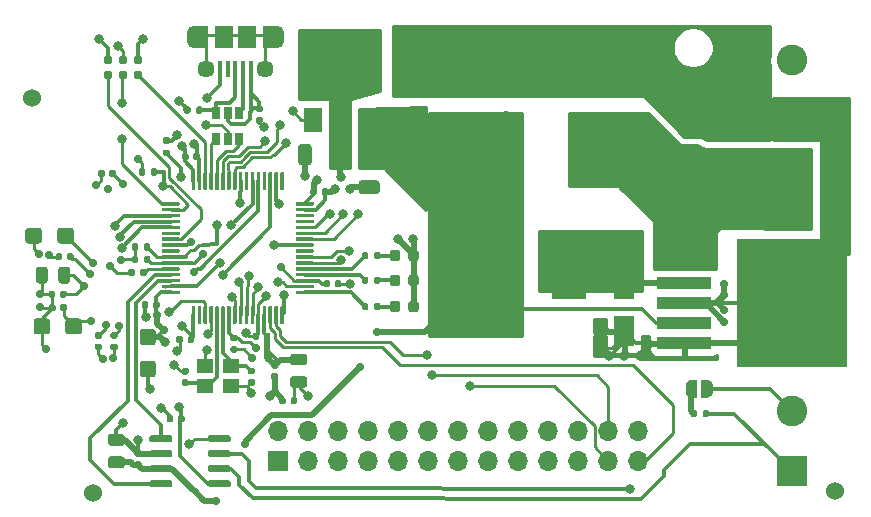
<source format=gbr>
%TF.GenerationSoftware,KiCad,Pcbnew,(5.1.9)-1*%
%TF.CreationDate,2022-08-25T12:46:07+02:00*%
%TF.ProjectId,electric_angle_actuator,656c6563-7472-4696-935f-616e676c655f,rev?*%
%TF.SameCoordinates,Original*%
%TF.FileFunction,Copper,L1,Top*%
%TF.FilePolarity,Positive*%
%FSLAX46Y46*%
G04 Gerber Fmt 4.6, Leading zero omitted, Abs format (unit mm)*
G04 Created by KiCad (PCBNEW (5.1.9)-1) date 2022-08-25 12:46:07*
%MOMM*%
%LPD*%
G01*
G04 APERTURE LIST*
%TA.AperFunction,ComponentPad*%
%ADD10C,1.524000*%
%TD*%
%TA.AperFunction,SMDPad,CuDef*%
%ADD11R,1.200000X1.900000*%
%TD*%
%TA.AperFunction,ComponentPad*%
%ADD12O,1.200000X1.900000*%
%TD*%
%TA.AperFunction,SMDPad,CuDef*%
%ADD13R,1.500000X1.900000*%
%TD*%
%TA.AperFunction,ComponentPad*%
%ADD14C,1.450000*%
%TD*%
%TA.AperFunction,SMDPad,CuDef*%
%ADD15R,0.400000X1.350000*%
%TD*%
%TA.AperFunction,ComponentPad*%
%ADD16O,1.700000X1.700000*%
%TD*%
%TA.AperFunction,ComponentPad*%
%ADD17R,1.700000X1.700000*%
%TD*%
%TA.AperFunction,SMDPad,CuDef*%
%ADD18R,1.500000X2.000000*%
%TD*%
%TA.AperFunction,SMDPad,CuDef*%
%ADD19R,3.800000X2.000000*%
%TD*%
%TA.AperFunction,SMDPad,CuDef*%
%ADD20R,9.400000X10.800000*%
%TD*%
%TA.AperFunction,SMDPad,CuDef*%
%ADD21R,4.600000X1.100000*%
%TD*%
%TA.AperFunction,SMDPad,CuDef*%
%ADD22R,2.900000X5.400000*%
%TD*%
%TA.AperFunction,SMDPad,CuDef*%
%ADD23R,1.800000X2.500000*%
%TD*%
%TA.AperFunction,SMDPad,CuDef*%
%ADD24C,0.100000*%
%TD*%
%TA.AperFunction,SMDPad,CuDef*%
%ADD25R,1.400000X1.200000*%
%TD*%
%TA.AperFunction,SMDPad,CuDef*%
%ADD26R,0.650000X1.060000*%
%TD*%
%TA.AperFunction,ConnectorPad*%
%ADD27C,0.787400*%
%TD*%
%TA.AperFunction,ComponentPad*%
%ADD28R,2.600000X2.600000*%
%TD*%
%TA.AperFunction,ComponentPad*%
%ADD29C,2.600000*%
%TD*%
%TA.AperFunction,ViaPad*%
%ADD30C,0.800000*%
%TD*%
%TA.AperFunction,ViaPad*%
%ADD31C,0.700000*%
%TD*%
%TA.AperFunction,Conductor*%
%ADD32C,0.300000*%
%TD*%
%TA.AperFunction,Conductor*%
%ADD33C,0.500000*%
%TD*%
%TA.AperFunction,Conductor*%
%ADD34C,0.250000*%
%TD*%
%TA.AperFunction,Conductor*%
%ADD35C,0.254000*%
%TD*%
%TA.AperFunction,Conductor*%
%ADD36C,0.100000*%
%TD*%
G04 APERTURE END LIST*
D10*
%TO.P,REF\u002A\u002A,1*%
%TO.N,N/C*%
X196400000Y-98400000D03*
%TD*%
%TO.P,REF\u002A\u002A,1*%
%TO.N,N/C*%
X133600000Y-98600000D03*
%TD*%
%TO.P,REF\u002A\u002A,1*%
%TO.N,N/C*%
X128400000Y-65200000D03*
%TD*%
D11*
%TO.P,J1,6*%
%TO.N,Net-(J1-Pad6)*%
X148543600Y-59976500D03*
X142743600Y-59976500D03*
D12*
X142143600Y-59976500D03*
X149143600Y-59976500D03*
D13*
X146643600Y-59976500D03*
D14*
X143143600Y-62676500D03*
D15*
%TO.P,J1,3*%
%TO.N,USB_CONN_D+*%
X145643600Y-62676500D03*
%TO.P,J1,4*%
%TO.N,Net-(J1-Pad4)*%
X144993600Y-62676500D03*
%TO.P,J1,5*%
%TO.N,GND*%
X144343600Y-62676500D03*
%TO.P,J1,1*%
%TO.N,Net-(C18-Pad2)*%
X146943600Y-62676500D03*
%TO.P,J1,2*%
%TO.N,USB_CONN_D-*%
X146293600Y-62676500D03*
D14*
%TO.P,J1,6*%
%TO.N,Net-(J1-Pad6)*%
X148143600Y-62676500D03*
D13*
X144643600Y-59976500D03*
%TD*%
%TO.P,FB1,2*%
%TO.N,+3.3VA*%
%TA.AperFunction,SMDPad,CuDef*%
G36*
G01*
X149143500Y-88075000D02*
X148798500Y-88075000D01*
G75*
G02*
X148651000Y-87927500I0J147500D01*
G01*
X148651000Y-87632500D01*
G75*
G02*
X148798500Y-87485000I147500J0D01*
G01*
X149143500Y-87485000D01*
G75*
G02*
X149291000Y-87632500I0J-147500D01*
G01*
X149291000Y-87927500D01*
G75*
G02*
X149143500Y-88075000I-147500J0D01*
G01*
G37*
%TD.AperFunction*%
%TO.P,FB1,1*%
%TO.N,+3V3*%
%TA.AperFunction,SMDPad,CuDef*%
G36*
G01*
X149143500Y-89045000D02*
X148798500Y-89045000D01*
G75*
G02*
X148651000Y-88897500I0J147500D01*
G01*
X148651000Y-88602500D01*
G75*
G02*
X148798500Y-88455000I147500J0D01*
G01*
X149143500Y-88455000D01*
G75*
G02*
X149291000Y-88602500I0J-147500D01*
G01*
X149291000Y-88897500D01*
G75*
G02*
X149143500Y-89045000I-147500J0D01*
G01*
G37*
%TD.AperFunction*%
%TD*%
%TO.P,C2,2*%
%TO.N,GND*%
%TA.AperFunction,SMDPad,CuDef*%
G36*
G01*
X185260000Y-68384000D02*
X184310000Y-68384000D01*
G75*
G02*
X184060000Y-68134000I0J250000D01*
G01*
X184060000Y-67634000D01*
G75*
G02*
X184310000Y-67384000I250000J0D01*
G01*
X185260000Y-67384000D01*
G75*
G02*
X185510000Y-67634000I0J-250000D01*
G01*
X185510000Y-68134000D01*
G75*
G02*
X185260000Y-68384000I-250000J0D01*
G01*
G37*
%TD.AperFunction*%
%TO.P,C2,1*%
%TO.N,V_in*%
%TA.AperFunction,SMDPad,CuDef*%
G36*
G01*
X185260000Y-70284000D02*
X184310000Y-70284000D01*
G75*
G02*
X184060000Y-70034000I0J250000D01*
G01*
X184060000Y-69534000D01*
G75*
G02*
X184310000Y-69284000I250000J0D01*
G01*
X185260000Y-69284000D01*
G75*
G02*
X185510000Y-69534000I0J-250000D01*
G01*
X185510000Y-70034000D01*
G75*
G02*
X185260000Y-70284000I-250000J0D01*
G01*
G37*
%TD.AperFunction*%
%TD*%
D16*
%TO.P,J2,26*%
%TO.N,+3V3*%
X179768500Y-93345000D03*
%TO.P,J2,25*%
%TO.N,ADC1_IN0*%
X179768500Y-95885000D03*
%TO.P,J2,24*%
%TO.N,SD2*%
X177228500Y-93345000D03*
%TO.P,J2,23*%
%TO.N,SD1*%
X177228500Y-95885000D03*
%TO.P,J2,22*%
%TO.N,DIRECTION*%
X174688500Y-93345000D03*
%TO.P,J2,21*%
%TO.N,HIN_2*%
X174688500Y-95885000D03*
%TO.P,J2,20*%
X172148500Y-93345000D03*
%TO.P,J2,19*%
%TO.N,HIN_1*%
X172148500Y-95885000D03*
%TO.P,J2,18*%
X169608500Y-93345000D03*
%TO.P,J2,17*%
%TO.N,GND*%
X169608500Y-95885000D03*
%TO.P,J2,16*%
%TO.N,ADC1_IN1*%
X167068500Y-93345000D03*
%TO.P,J2,15*%
%TO.N,GND*%
X167068500Y-95885000D03*
%TO.P,J2,14*%
%TO.N,INPUT_IT_1*%
X164528500Y-93345000D03*
%TO.P,J2,13*%
%TO.N,+5V*%
X164528500Y-95885000D03*
%TO.P,J2,12*%
%TO.N,INPUT_IT_2*%
X161988500Y-93345000D03*
%TO.P,J2,11*%
%TO.N,GND*%
X161988500Y-95885000D03*
%TO.P,J2,10*%
%TO.N,INPUT_IT_3*%
X159448500Y-93345000D03*
%TO.P,J2,9*%
%TO.N,+3V3*%
X159448500Y-95885000D03*
%TO.P,J2,8*%
%TO.N,POSITION_INDICATOR_4*%
X156908500Y-93345000D03*
%TO.P,J2,7*%
%TO.N,GND*%
X156908500Y-95885000D03*
%TO.P,J2,6*%
%TO.N,POSITION_INDICATOR_3*%
X154368500Y-93345000D03*
%TO.P,J2,5*%
%TO.N,GND*%
X154368500Y-95885000D03*
%TO.P,J2,4*%
%TO.N,POSITION_INDICATOR_2*%
X151828500Y-93345000D03*
%TO.P,J2,3*%
%TO.N,GND*%
X151828500Y-95885000D03*
%TO.P,J2,2*%
%TO.N,POSITION_INDICATOR_1*%
X149288500Y-93345000D03*
D17*
%TO.P,J2,1*%
%TO.N,GND*%
X149288500Y-95885000D03*
%TD*%
%TO.P,R2,2*%
%TO.N,GND*%
%TA.AperFunction,SMDPad,CuDef*%
G36*
G01*
X137999500Y-71252500D02*
X137999500Y-71622500D01*
G75*
G02*
X137864500Y-71757500I-135000J0D01*
G01*
X137594500Y-71757500D01*
G75*
G02*
X137459500Y-71622500I0J135000D01*
G01*
X137459500Y-71252500D01*
G75*
G02*
X137594500Y-71117500I135000J0D01*
G01*
X137864500Y-71117500D01*
G75*
G02*
X137999500Y-71252500I0J-135000D01*
G01*
G37*
%TD.AperFunction*%
%TO.P,R2,1*%
%TO.N,PSM*%
%TA.AperFunction,SMDPad,CuDef*%
G36*
G01*
X139019500Y-71252500D02*
X139019500Y-71622500D01*
G75*
G02*
X138884500Y-71757500I-135000J0D01*
G01*
X138614500Y-71757500D01*
G75*
G02*
X138479500Y-71622500I0J135000D01*
G01*
X138479500Y-71252500D01*
G75*
G02*
X138614500Y-71117500I135000J0D01*
G01*
X138884500Y-71117500D01*
G75*
G02*
X139019500Y-71252500I0J-135000D01*
G01*
G37*
%TD.AperFunction*%
%TD*%
%TO.P,R7,2*%
%TO.N,GND*%
%TA.AperFunction,SMDPad,CuDef*%
G36*
G01*
X137131600Y-79774200D02*
X137131600Y-80144200D01*
G75*
G02*
X136996600Y-80279200I-135000J0D01*
G01*
X136726600Y-80279200D01*
G75*
G02*
X136591600Y-80144200I0J135000D01*
G01*
X136591600Y-79774200D01*
G75*
G02*
X136726600Y-79639200I135000J0D01*
G01*
X136996600Y-79639200D01*
G75*
G02*
X137131600Y-79774200I0J-135000D01*
G01*
G37*
%TD.AperFunction*%
%TO.P,R7,1*%
%TO.N,BOOT_0*%
%TA.AperFunction,SMDPad,CuDef*%
G36*
G01*
X138151600Y-79774200D02*
X138151600Y-80144200D01*
G75*
G02*
X138016600Y-80279200I-135000J0D01*
G01*
X137746600Y-80279200D01*
G75*
G02*
X137611600Y-80144200I0J135000D01*
G01*
X137611600Y-79774200D01*
G75*
G02*
X137746600Y-79639200I135000J0D01*
G01*
X138016600Y-79639200D01*
G75*
G02*
X138151600Y-79774200I0J-135000D01*
G01*
G37*
%TD.AperFunction*%
%TD*%
%TO.P,R5,2*%
%TO.N,I2C1_SDA*%
%TA.AperFunction,SMDPad,CuDef*%
G36*
G01*
X137908000Y-79026600D02*
X137908000Y-78656600D01*
G75*
G02*
X138043000Y-78521600I135000J0D01*
G01*
X138313000Y-78521600D01*
G75*
G02*
X138448000Y-78656600I0J-135000D01*
G01*
X138448000Y-79026600D01*
G75*
G02*
X138313000Y-79161600I-135000J0D01*
G01*
X138043000Y-79161600D01*
G75*
G02*
X137908000Y-79026600I0J135000D01*
G01*
G37*
%TD.AperFunction*%
%TO.P,R5,1*%
%TO.N,+3V3*%
%TA.AperFunction,SMDPad,CuDef*%
G36*
G01*
X136888000Y-79026600D02*
X136888000Y-78656600D01*
G75*
G02*
X137023000Y-78521600I135000J0D01*
G01*
X137293000Y-78521600D01*
G75*
G02*
X137428000Y-78656600I0J-135000D01*
G01*
X137428000Y-79026600D01*
G75*
G02*
X137293000Y-79161600I-135000J0D01*
G01*
X137023000Y-79161600D01*
G75*
G02*
X136888000Y-79026600I0J135000D01*
G01*
G37*
%TD.AperFunction*%
%TD*%
%TO.P,R4,2*%
%TO.N,I2C1_SCL*%
%TA.AperFunction,SMDPad,CuDef*%
G36*
G01*
X137908000Y-77959800D02*
X137908000Y-77589800D01*
G75*
G02*
X138043000Y-77454800I135000J0D01*
G01*
X138313000Y-77454800D01*
G75*
G02*
X138448000Y-77589800I0J-135000D01*
G01*
X138448000Y-77959800D01*
G75*
G02*
X138313000Y-78094800I-135000J0D01*
G01*
X138043000Y-78094800D01*
G75*
G02*
X137908000Y-77959800I0J135000D01*
G01*
G37*
%TD.AperFunction*%
%TO.P,R4,1*%
%TO.N,+3V3*%
%TA.AperFunction,SMDPad,CuDef*%
G36*
G01*
X136888000Y-77959800D02*
X136888000Y-77589800D01*
G75*
G02*
X137023000Y-77454800I135000J0D01*
G01*
X137293000Y-77454800D01*
G75*
G02*
X137428000Y-77589800I0J-135000D01*
G01*
X137428000Y-77959800D01*
G75*
G02*
X137293000Y-78094800I-135000J0D01*
G01*
X137023000Y-78094800D01*
G75*
G02*
X136888000Y-77959800I0J135000D01*
G01*
G37*
%TD.AperFunction*%
%TD*%
%TO.P,R3,2*%
%TO.N,SPI2_SCK*%
%TA.AperFunction,SMDPad,CuDef*%
G36*
G01*
X139616600Y-69531200D02*
X139986600Y-69531200D01*
G75*
G02*
X140121600Y-69666200I0J-135000D01*
G01*
X140121600Y-69936200D01*
G75*
G02*
X139986600Y-70071200I-135000J0D01*
G01*
X139616600Y-70071200D01*
G75*
G02*
X139481600Y-69936200I0J135000D01*
G01*
X139481600Y-69666200D01*
G75*
G02*
X139616600Y-69531200I135000J0D01*
G01*
G37*
%TD.AperFunction*%
%TO.P,R3,1*%
%TO.N,+3V3*%
%TA.AperFunction,SMDPad,CuDef*%
G36*
G01*
X139616600Y-68511200D02*
X139986600Y-68511200D01*
G75*
G02*
X140121600Y-68646200I0J-135000D01*
G01*
X140121600Y-68916200D01*
G75*
G02*
X139986600Y-69051200I-135000J0D01*
G01*
X139616600Y-69051200D01*
G75*
G02*
X139481600Y-68916200I0J135000D01*
G01*
X139481600Y-68646200D01*
G75*
G02*
X139616600Y-68511200I135000J0D01*
G01*
G37*
%TD.AperFunction*%
%TD*%
%TO.P,R6,2*%
%TO.N,USB_CONN_D+*%
%TA.AperFunction,SMDPad,CuDef*%
G36*
G01*
X142327600Y-66377400D02*
X142327600Y-66007400D01*
G75*
G02*
X142462600Y-65872400I135000J0D01*
G01*
X142732600Y-65872400D01*
G75*
G02*
X142867600Y-66007400I0J-135000D01*
G01*
X142867600Y-66377400D01*
G75*
G02*
X142732600Y-66512400I-135000J0D01*
G01*
X142462600Y-66512400D01*
G75*
G02*
X142327600Y-66377400I0J135000D01*
G01*
G37*
%TD.AperFunction*%
%TO.P,R6,1*%
%TO.N,+3V3*%
%TA.AperFunction,SMDPad,CuDef*%
G36*
G01*
X141307600Y-66377400D02*
X141307600Y-66007400D01*
G75*
G02*
X141442600Y-65872400I135000J0D01*
G01*
X141712600Y-65872400D01*
G75*
G02*
X141847600Y-66007400I0J-135000D01*
G01*
X141847600Y-66377400D01*
G75*
G02*
X141712600Y-66512400I-135000J0D01*
G01*
X141442600Y-66512400D01*
G75*
G02*
X141307600Y-66377400I0J135000D01*
G01*
G37*
%TD.AperFunction*%
%TD*%
%TO.P,C5,2*%
%TO.N,GND*%
%TA.AperFunction,SMDPad,CuDef*%
G36*
G01*
X136047500Y-94609500D02*
X135097500Y-94609500D01*
G75*
G02*
X134847500Y-94359500I0J250000D01*
G01*
X134847500Y-93859500D01*
G75*
G02*
X135097500Y-93609500I250000J0D01*
G01*
X136047500Y-93609500D01*
G75*
G02*
X136297500Y-93859500I0J-250000D01*
G01*
X136297500Y-94359500D01*
G75*
G02*
X136047500Y-94609500I-250000J0D01*
G01*
G37*
%TD.AperFunction*%
%TO.P,C5,1*%
%TO.N,+5V*%
%TA.AperFunction,SMDPad,CuDef*%
G36*
G01*
X136047500Y-96509500D02*
X135097500Y-96509500D01*
G75*
G02*
X134847500Y-96259500I0J250000D01*
G01*
X134847500Y-95759500D01*
G75*
G02*
X135097500Y-95509500I250000J0D01*
G01*
X136047500Y-95509500D01*
G75*
G02*
X136297500Y-95759500I0J-250000D01*
G01*
X136297500Y-96259500D01*
G75*
G02*
X136047500Y-96509500I-250000J0D01*
G01*
G37*
%TD.AperFunction*%
%TD*%
%TO.P,C3,2*%
%TO.N,+5V*%
%TA.AperFunction,SMDPad,CuDef*%
G36*
G01*
X137244000Y-95930000D02*
X137584000Y-95930000D01*
G75*
G02*
X137724000Y-96070000I0J-140000D01*
G01*
X137724000Y-96350000D01*
G75*
G02*
X137584000Y-96490000I-140000J0D01*
G01*
X137244000Y-96490000D01*
G75*
G02*
X137104000Y-96350000I0J140000D01*
G01*
X137104000Y-96070000D01*
G75*
G02*
X137244000Y-95930000I140000J0D01*
G01*
G37*
%TD.AperFunction*%
%TO.P,C3,1*%
%TO.N,GND*%
%TA.AperFunction,SMDPad,CuDef*%
G36*
G01*
X137244000Y-94970000D02*
X137584000Y-94970000D01*
G75*
G02*
X137724000Y-95110000I0J-140000D01*
G01*
X137724000Y-95390000D01*
G75*
G02*
X137584000Y-95530000I-140000J0D01*
G01*
X137244000Y-95530000D01*
G75*
G02*
X137104000Y-95390000I0J140000D01*
G01*
X137104000Y-95110000D01*
G75*
G02*
X137244000Y-94970000I140000J0D01*
G01*
G37*
%TD.AperFunction*%
%TD*%
%TO.P,C1,2*%
%TO.N,GND*%
%TA.AperFunction,SMDPad,CuDef*%
G36*
G01*
X140389000Y-92159000D02*
X140389000Y-92499000D01*
G75*
G02*
X140249000Y-92639000I-140000J0D01*
G01*
X139969000Y-92639000D01*
G75*
G02*
X139829000Y-92499000I0J140000D01*
G01*
X139829000Y-92159000D01*
G75*
G02*
X139969000Y-92019000I140000J0D01*
G01*
X140249000Y-92019000D01*
G75*
G02*
X140389000Y-92159000I0J-140000D01*
G01*
G37*
%TD.AperFunction*%
%TO.P,C1,1*%
%TO.N,+3V3*%
%TA.AperFunction,SMDPad,CuDef*%
G36*
G01*
X141349000Y-92159000D02*
X141349000Y-92499000D01*
G75*
G02*
X141209000Y-92639000I-140000J0D01*
G01*
X140929000Y-92639000D01*
G75*
G02*
X140789000Y-92499000I0J140000D01*
G01*
X140789000Y-92159000D01*
G75*
G02*
X140929000Y-92019000I140000J0D01*
G01*
X141209000Y-92019000D01*
G75*
G02*
X141349000Y-92159000I0J-140000D01*
G01*
G37*
%TD.AperFunction*%
%TD*%
D18*
%TO.P,U5,1*%
%TO.N,GND*%
X152233600Y-67031000D03*
%TO.P,U5,3*%
%TO.N,+5V*%
X156833600Y-67031000D03*
%TO.P,U5,2*%
%TO.N,+3V3*%
X154533600Y-67031000D03*
D19*
X154533600Y-60731000D03*
%TD*%
%TO.P,C17,2*%
%TO.N,+3V3*%
%TA.AperFunction,SMDPad,CuDef*%
G36*
G01*
X153909600Y-70627001D02*
X153909600Y-69326999D01*
G75*
G02*
X154159599Y-69077000I249999J0D01*
G01*
X154809601Y-69077000D01*
G75*
G02*
X155059600Y-69326999I0J-249999D01*
G01*
X155059600Y-70627001D01*
G75*
G02*
X154809601Y-70877000I-249999J0D01*
G01*
X154159599Y-70877000D01*
G75*
G02*
X153909600Y-70627001I0J249999D01*
G01*
G37*
%TD.AperFunction*%
%TO.P,C17,1*%
%TO.N,GND*%
%TA.AperFunction,SMDPad,CuDef*%
G36*
G01*
X150959600Y-70627001D02*
X150959600Y-69326999D01*
G75*
G02*
X151209599Y-69077000I249999J0D01*
G01*
X151859601Y-69077000D01*
G75*
G02*
X152109600Y-69326999I0J-249999D01*
G01*
X152109600Y-70627001D01*
G75*
G02*
X151859601Y-70877000I-249999J0D01*
G01*
X151209599Y-70877000D01*
G75*
G02*
X150959600Y-70627001I0J249999D01*
G01*
G37*
%TD.AperFunction*%
%TD*%
%TO.P,C16,1*%
%TO.N,GND*%
%TA.AperFunction,SMDPad,CuDef*%
G36*
G01*
X157622001Y-73297000D02*
X156321999Y-73297000D01*
G75*
G02*
X156072000Y-73047001I0J249999D01*
G01*
X156072000Y-72396999D01*
G75*
G02*
X156321999Y-72147000I249999J0D01*
G01*
X157622001Y-72147000D01*
G75*
G02*
X157872000Y-72396999I0J-249999D01*
G01*
X157872000Y-73047001D01*
G75*
G02*
X157622001Y-73297000I-249999J0D01*
G01*
G37*
%TD.AperFunction*%
%TO.P,C16,2*%
%TO.N,+5V*%
%TA.AperFunction,SMDPad,CuDef*%
G36*
G01*
X157622001Y-70347000D02*
X156321999Y-70347000D01*
G75*
G02*
X156072000Y-70097001I0J249999D01*
G01*
X156072000Y-69446999D01*
G75*
G02*
X156321999Y-69197000I249999J0D01*
G01*
X157622001Y-69197000D01*
G75*
G02*
X157872000Y-69446999I0J-249999D01*
G01*
X157872000Y-70097001D01*
G75*
G02*
X157622001Y-70347000I-249999J0D01*
G01*
G37*
%TD.AperFunction*%
%TD*%
%TO.P,C18,2*%
%TO.N,Net-(C18-Pad2)*%
%TA.AperFunction,SMDPad,CuDef*%
G36*
G01*
X147834000Y-66361800D02*
X147494000Y-66361800D01*
G75*
G02*
X147354000Y-66221800I0J140000D01*
G01*
X147354000Y-65941800D01*
G75*
G02*
X147494000Y-65801800I140000J0D01*
G01*
X147834000Y-65801800D01*
G75*
G02*
X147974000Y-65941800I0J-140000D01*
G01*
X147974000Y-66221800D01*
G75*
G02*
X147834000Y-66361800I-140000J0D01*
G01*
G37*
%TD.AperFunction*%
%TO.P,C18,1*%
%TO.N,GND*%
%TA.AperFunction,SMDPad,CuDef*%
G36*
G01*
X147834000Y-67321800D02*
X147494000Y-67321800D01*
G75*
G02*
X147354000Y-67181800I0J140000D01*
G01*
X147354000Y-66901800D01*
G75*
G02*
X147494000Y-66761800I140000J0D01*
G01*
X147834000Y-66761800D01*
G75*
G02*
X147974000Y-66901800I0J-140000D01*
G01*
X147974000Y-67181800D01*
G75*
G02*
X147834000Y-67321800I-140000J0D01*
G01*
G37*
%TD.AperFunction*%
%TD*%
D20*
%TO.P,U2,3*%
%TO.N,GND*%
X192786000Y-82550000D03*
D21*
%TO.P,U2,5*%
X183636000Y-85950000D03*
%TO.P,U2,4*%
%TO.N,+5V*%
X183636000Y-84250000D03*
%TO.P,U2,3*%
%TO.N,GND*%
X183636000Y-82550000D03*
%TO.P,U2,2*%
%TO.N,Net-(D1-Pad1)*%
X183636000Y-80850000D03*
%TO.P,U2,1*%
%TO.N,V_in*%
X183636000Y-79150000D03*
%TD*%
D22*
%TO.P,L1,2*%
%TO.N,+5V*%
X163960000Y-79502000D03*
%TO.P,L1,1*%
%TO.N,Net-(D1-Pad1)*%
X173860000Y-79502000D03*
%TD*%
D23*
%TO.P,D1,2*%
%TO.N,GND*%
X178562000Y-84931000D03*
%TO.P,D1,1*%
%TO.N,Net-(D1-Pad1)*%
X178562000Y-80931000D03*
%TD*%
%TO.P,C13,2*%
%TO.N,GND*%
%TA.AperFunction,SMDPad,CuDef*%
G36*
G01*
X165973000Y-63532000D02*
X163973000Y-63532000D01*
G75*
G02*
X163723000Y-63282000I0J250000D01*
G01*
X163723000Y-59382000D01*
G75*
G02*
X163973000Y-59132000I250000J0D01*
G01*
X165973000Y-59132000D01*
G75*
G02*
X166223000Y-59382000I0J-250000D01*
G01*
X166223000Y-63282000D01*
G75*
G02*
X165973000Y-63532000I-250000J0D01*
G01*
G37*
%TD.AperFunction*%
%TO.P,C13,1*%
%TO.N,+5V*%
%TA.AperFunction,SMDPad,CuDef*%
G36*
G01*
X165973000Y-71932000D02*
X163973000Y-71932000D01*
G75*
G02*
X163723000Y-71682000I0J250000D01*
G01*
X163723000Y-67782000D01*
G75*
G02*
X163973000Y-67532000I250000J0D01*
G01*
X165973000Y-67532000D01*
G75*
G02*
X166223000Y-67782000I0J-250000D01*
G01*
X166223000Y-71682000D01*
G75*
G02*
X165973000Y-71932000I-250000J0D01*
G01*
G37*
%TD.AperFunction*%
%TD*%
%TO.P,C4,2*%
%TO.N,GND*%
%TA.AperFunction,SMDPad,CuDef*%
G36*
G01*
X177390000Y-63532000D02*
X175390000Y-63532000D01*
G75*
G02*
X175140000Y-63282000I0J250000D01*
G01*
X175140000Y-59382000D01*
G75*
G02*
X175390000Y-59132000I250000J0D01*
G01*
X177390000Y-59132000D01*
G75*
G02*
X177640000Y-59382000I0J-250000D01*
G01*
X177640000Y-63282000D01*
G75*
G02*
X177390000Y-63532000I-250000J0D01*
G01*
G37*
%TD.AperFunction*%
%TO.P,C4,1*%
%TO.N,V_in*%
%TA.AperFunction,SMDPad,CuDef*%
G36*
G01*
X177390000Y-71932000D02*
X175390000Y-71932000D01*
G75*
G02*
X175140000Y-71682000I0J250000D01*
G01*
X175140000Y-67782000D01*
G75*
G02*
X175390000Y-67532000I250000J0D01*
G01*
X177390000Y-67532000D01*
G75*
G02*
X177640000Y-67782000I0J-250000D01*
G01*
X177640000Y-71682000D01*
G75*
G02*
X177390000Y-71932000I-250000J0D01*
G01*
G37*
%TD.AperFunction*%
%TD*%
%TA.AperFunction,SMDPad,CuDef*%
D24*
%TO.P,JP1,2*%
%TO.N,Net-(JP1-Pad2)*%
G36*
X184262000Y-90538398D02*
G01*
X184237466Y-90538398D01*
X184188635Y-90533588D01*
X184140510Y-90524016D01*
X184093555Y-90509772D01*
X184048222Y-90490995D01*
X184004949Y-90467864D01*
X183964150Y-90440604D01*
X183926221Y-90409476D01*
X183891524Y-90374779D01*
X183860396Y-90336850D01*
X183833136Y-90296051D01*
X183810005Y-90252778D01*
X183791228Y-90207445D01*
X183776984Y-90160490D01*
X183767412Y-90112365D01*
X183762602Y-90063534D01*
X183762602Y-90039000D01*
X183762000Y-90039000D01*
X183762000Y-89539000D01*
X183762602Y-89539000D01*
X183762602Y-89514466D01*
X183767412Y-89465635D01*
X183776984Y-89417510D01*
X183791228Y-89370555D01*
X183810005Y-89325222D01*
X183833136Y-89281949D01*
X183860396Y-89241150D01*
X183891524Y-89203221D01*
X183926221Y-89168524D01*
X183964150Y-89137396D01*
X184004949Y-89110136D01*
X184048222Y-89087005D01*
X184093555Y-89068228D01*
X184140510Y-89053984D01*
X184188635Y-89044412D01*
X184237466Y-89039602D01*
X184262000Y-89039602D01*
X184262000Y-89039000D01*
X184762000Y-89039000D01*
X184762000Y-90539000D01*
X184262000Y-90539000D01*
X184262000Y-90538398D01*
G37*
%TD.AperFunction*%
%TA.AperFunction,SMDPad,CuDef*%
%TO.P,JP1,1*%
%TO.N,CAN_H*%
G36*
X185062000Y-89039000D02*
G01*
X185562000Y-89039000D01*
X185562000Y-89039602D01*
X185586534Y-89039602D01*
X185635365Y-89044412D01*
X185683490Y-89053984D01*
X185730445Y-89068228D01*
X185775778Y-89087005D01*
X185819051Y-89110136D01*
X185859850Y-89137396D01*
X185897779Y-89168524D01*
X185932476Y-89203221D01*
X185963604Y-89241150D01*
X185990864Y-89281949D01*
X186013995Y-89325222D01*
X186032772Y-89370555D01*
X186047016Y-89417510D01*
X186056588Y-89465635D01*
X186061398Y-89514466D01*
X186061398Y-89539000D01*
X186062000Y-89539000D01*
X186062000Y-90039000D01*
X186061398Y-90039000D01*
X186061398Y-90063534D01*
X186056588Y-90112365D01*
X186047016Y-90160490D01*
X186032772Y-90207445D01*
X186013995Y-90252778D01*
X185990864Y-90296051D01*
X185963604Y-90336850D01*
X185932476Y-90374779D01*
X185897779Y-90409476D01*
X185859850Y-90440604D01*
X185819051Y-90467864D01*
X185775778Y-90490995D01*
X185730445Y-90509772D01*
X185683490Y-90524016D01*
X185635365Y-90533588D01*
X185586534Y-90538398D01*
X185562000Y-90538398D01*
X185562000Y-90539000D01*
X185062000Y-90539000D01*
X185062000Y-89039000D01*
G37*
%TD.AperFunction*%
%TD*%
%TO.P,R1,2*%
%TO.N,Net-(JP1-Pad2)*%
%TA.AperFunction,SMDPad,CuDef*%
G36*
G01*
X184735500Y-91699500D02*
X184735500Y-92069500D01*
G75*
G02*
X184600500Y-92204500I-135000J0D01*
G01*
X184330500Y-92204500D01*
G75*
G02*
X184195500Y-92069500I0J135000D01*
G01*
X184195500Y-91699500D01*
G75*
G02*
X184330500Y-91564500I135000J0D01*
G01*
X184600500Y-91564500D01*
G75*
G02*
X184735500Y-91699500I0J-135000D01*
G01*
G37*
%TD.AperFunction*%
%TO.P,R1,1*%
%TO.N,CAN_L*%
%TA.AperFunction,SMDPad,CuDef*%
G36*
G01*
X185755500Y-91699500D02*
X185755500Y-92069500D01*
G75*
G02*
X185620500Y-92204500I-135000J0D01*
G01*
X185350500Y-92204500D01*
G75*
G02*
X185215500Y-92069500I0J135000D01*
G01*
X185215500Y-91699500D01*
G75*
G02*
X185350500Y-91564500I135000J0D01*
G01*
X185620500Y-91564500D01*
G75*
G02*
X185755500Y-91699500I0J-135000D01*
G01*
G37*
%TD.AperFunction*%
%TD*%
%TO.P,C23,2*%
%TO.N,GND*%
%TA.AperFunction,SMDPad,CuDef*%
G36*
G01*
X146819800Y-88970400D02*
X147159800Y-88970400D01*
G75*
G02*
X147299800Y-89110400I0J-140000D01*
G01*
X147299800Y-89390400D01*
G75*
G02*
X147159800Y-89530400I-140000J0D01*
G01*
X146819800Y-89530400D01*
G75*
G02*
X146679800Y-89390400I0J140000D01*
G01*
X146679800Y-89110400D01*
G75*
G02*
X146819800Y-88970400I140000J0D01*
G01*
G37*
%TD.AperFunction*%
%TO.P,C23,1*%
%TO.N,OSC_OUT*%
%TA.AperFunction,SMDPad,CuDef*%
G36*
G01*
X146819800Y-88010400D02*
X147159800Y-88010400D01*
G75*
G02*
X147299800Y-88150400I0J-140000D01*
G01*
X147299800Y-88430400D01*
G75*
G02*
X147159800Y-88570400I-140000J0D01*
G01*
X146819800Y-88570400D01*
G75*
G02*
X146679800Y-88430400I0J140000D01*
G01*
X146679800Y-88150400D01*
G75*
G02*
X146819800Y-88010400I140000J0D01*
G01*
G37*
%TD.AperFunction*%
%TD*%
%TO.P,C21,2*%
%TO.N,GND*%
%TA.AperFunction,SMDPad,CuDef*%
G36*
G01*
X141571800Y-88598400D02*
X141231800Y-88598400D01*
G75*
G02*
X141091800Y-88458400I0J140000D01*
G01*
X141091800Y-88178400D01*
G75*
G02*
X141231800Y-88038400I140000J0D01*
G01*
X141571800Y-88038400D01*
G75*
G02*
X141711800Y-88178400I0J-140000D01*
G01*
X141711800Y-88458400D01*
G75*
G02*
X141571800Y-88598400I-140000J0D01*
G01*
G37*
%TD.AperFunction*%
%TO.P,C21,1*%
%TO.N,OSC_IN*%
%TA.AperFunction,SMDPad,CuDef*%
G36*
G01*
X141571800Y-89558400D02*
X141231800Y-89558400D01*
G75*
G02*
X141091800Y-89418400I0J140000D01*
G01*
X141091800Y-89138400D01*
G75*
G02*
X141231800Y-88998400I140000J0D01*
G01*
X141571800Y-88998400D01*
G75*
G02*
X141711800Y-89138400I0J-140000D01*
G01*
X141711800Y-89418400D01*
G75*
G02*
X141571800Y-89558400I-140000J0D01*
G01*
G37*
%TD.AperFunction*%
%TD*%
%TO.P,C30,2*%
%TO.N,+3V3*%
%TA.AperFunction,SMDPad,CuDef*%
G36*
G01*
X149914000Y-90635000D02*
X149914000Y-90975000D01*
G75*
G02*
X149774000Y-91115000I-140000J0D01*
G01*
X149494000Y-91115000D01*
G75*
G02*
X149354000Y-90975000I0J140000D01*
G01*
X149354000Y-90635000D01*
G75*
G02*
X149494000Y-90495000I140000J0D01*
G01*
X149774000Y-90495000D01*
G75*
G02*
X149914000Y-90635000I0J-140000D01*
G01*
G37*
%TD.AperFunction*%
%TO.P,C30,1*%
%TO.N,GND*%
%TA.AperFunction,SMDPad,CuDef*%
G36*
G01*
X150874000Y-90635000D02*
X150874000Y-90975000D01*
G75*
G02*
X150734000Y-91115000I-140000J0D01*
G01*
X150454000Y-91115000D01*
G75*
G02*
X150314000Y-90975000I0J140000D01*
G01*
X150314000Y-90635000D01*
G75*
G02*
X150454000Y-90495000I140000J0D01*
G01*
X150734000Y-90495000D01*
G75*
G02*
X150874000Y-90635000I0J-140000D01*
G01*
G37*
%TD.AperFunction*%
%TD*%
%TO.P,C29,2*%
%TO.N,+3.3VA*%
%TA.AperFunction,SMDPad,CuDef*%
G36*
G01*
X148056000Y-85514000D02*
X148056000Y-85174000D01*
G75*
G02*
X148196000Y-85034000I140000J0D01*
G01*
X148476000Y-85034000D01*
G75*
G02*
X148616000Y-85174000I0J-140000D01*
G01*
X148616000Y-85514000D01*
G75*
G02*
X148476000Y-85654000I-140000J0D01*
G01*
X148196000Y-85654000D01*
G75*
G02*
X148056000Y-85514000I0J140000D01*
G01*
G37*
%TD.AperFunction*%
%TO.P,C29,1*%
%TO.N,GND*%
%TA.AperFunction,SMDPad,CuDef*%
G36*
G01*
X147096000Y-85514000D02*
X147096000Y-85174000D01*
G75*
G02*
X147236000Y-85034000I140000J0D01*
G01*
X147516000Y-85034000D01*
G75*
G02*
X147656000Y-85174000I0J-140000D01*
G01*
X147656000Y-85514000D01*
G75*
G02*
X147516000Y-85654000I-140000J0D01*
G01*
X147236000Y-85654000D01*
G75*
G02*
X147096000Y-85514000I0J140000D01*
G01*
G37*
%TD.AperFunction*%
%TD*%
%TO.P,C27,2*%
%TO.N,+3V3*%
%TA.AperFunction,SMDPad,CuDef*%
G36*
G01*
X141601800Y-85793400D02*
X141601800Y-85453400D01*
G75*
G02*
X141741800Y-85313400I140000J0D01*
G01*
X142021800Y-85313400D01*
G75*
G02*
X142161800Y-85453400I0J-140000D01*
G01*
X142161800Y-85793400D01*
G75*
G02*
X142021800Y-85933400I-140000J0D01*
G01*
X141741800Y-85933400D01*
G75*
G02*
X141601800Y-85793400I0J140000D01*
G01*
G37*
%TD.AperFunction*%
%TO.P,C27,1*%
%TO.N,GND*%
%TA.AperFunction,SMDPad,CuDef*%
G36*
G01*
X140641800Y-85793400D02*
X140641800Y-85453400D01*
G75*
G02*
X140781800Y-85313400I140000J0D01*
G01*
X141061800Y-85313400D01*
G75*
G02*
X141201800Y-85453400I0J-140000D01*
G01*
X141201800Y-85793400D01*
G75*
G02*
X141061800Y-85933400I-140000J0D01*
G01*
X140781800Y-85933400D01*
G75*
G02*
X140641800Y-85793400I0J140000D01*
G01*
G37*
%TD.AperFunction*%
%TD*%
%TO.P,C26,2*%
%TO.N,+3V3*%
%TA.AperFunction,SMDPad,CuDef*%
G36*
G01*
X153660500Y-80729000D02*
X153660500Y-81069000D01*
G75*
G02*
X153520500Y-81209000I-140000J0D01*
G01*
X153240500Y-81209000D01*
G75*
G02*
X153100500Y-81069000I0J140000D01*
G01*
X153100500Y-80729000D01*
G75*
G02*
X153240500Y-80589000I140000J0D01*
G01*
X153520500Y-80589000D01*
G75*
G02*
X153660500Y-80729000I0J-140000D01*
G01*
G37*
%TD.AperFunction*%
%TO.P,C26,1*%
%TO.N,GND*%
%TA.AperFunction,SMDPad,CuDef*%
G36*
G01*
X154620500Y-80729000D02*
X154620500Y-81069000D01*
G75*
G02*
X154480500Y-81209000I-140000J0D01*
G01*
X154200500Y-81209000D01*
G75*
G02*
X154060500Y-81069000I0J140000D01*
G01*
X154060500Y-80729000D01*
G75*
G02*
X154200500Y-80589000I140000J0D01*
G01*
X154480500Y-80589000D01*
G75*
G02*
X154620500Y-80729000I0J-140000D01*
G01*
G37*
%TD.AperFunction*%
%TD*%
%TO.P,C25,2*%
%TO.N,NRST*%
%TA.AperFunction,SMDPad,CuDef*%
G36*
G01*
X145712000Y-85779000D02*
X145372000Y-85779000D01*
G75*
G02*
X145232000Y-85639000I0J140000D01*
G01*
X145232000Y-85359000D01*
G75*
G02*
X145372000Y-85219000I140000J0D01*
G01*
X145712000Y-85219000D01*
G75*
G02*
X145852000Y-85359000I0J-140000D01*
G01*
X145852000Y-85639000D01*
G75*
G02*
X145712000Y-85779000I-140000J0D01*
G01*
G37*
%TD.AperFunction*%
%TO.P,C25,1*%
%TO.N,GND*%
%TA.AperFunction,SMDPad,CuDef*%
G36*
G01*
X145712000Y-86739000D02*
X145372000Y-86739000D01*
G75*
G02*
X145232000Y-86599000I0J140000D01*
G01*
X145232000Y-86319000D01*
G75*
G02*
X145372000Y-86179000I140000J0D01*
G01*
X145712000Y-86179000D01*
G75*
G02*
X145852000Y-86319000I0J-140000D01*
G01*
X145852000Y-86599000D01*
G75*
G02*
X145712000Y-86739000I-140000J0D01*
G01*
G37*
%TD.AperFunction*%
%TD*%
%TO.P,C24,2*%
%TO.N,+3V3*%
%TA.AperFunction,SMDPad,CuDef*%
G36*
G01*
X152555600Y-72956600D02*
X152555600Y-73296600D01*
G75*
G02*
X152415600Y-73436600I-140000J0D01*
G01*
X152135600Y-73436600D01*
G75*
G02*
X151995600Y-73296600I0J140000D01*
G01*
X151995600Y-72956600D01*
G75*
G02*
X152135600Y-72816600I140000J0D01*
G01*
X152415600Y-72816600D01*
G75*
G02*
X152555600Y-72956600I0J-140000D01*
G01*
G37*
%TD.AperFunction*%
%TO.P,C24,1*%
%TO.N,GND*%
%TA.AperFunction,SMDPad,CuDef*%
G36*
G01*
X153515600Y-72956600D02*
X153515600Y-73296600D01*
G75*
G02*
X153375600Y-73436600I-140000J0D01*
G01*
X153095600Y-73436600D01*
G75*
G02*
X152955600Y-73296600I0J140000D01*
G01*
X152955600Y-72956600D01*
G75*
G02*
X153095600Y-72816600I140000J0D01*
G01*
X153375600Y-72816600D01*
G75*
G02*
X153515600Y-72956600I0J-140000D01*
G01*
G37*
%TD.AperFunction*%
%TD*%
%TO.P,C22,2*%
%TO.N,+3V3*%
%TA.AperFunction,SMDPad,CuDef*%
G36*
G01*
X141681800Y-69959400D02*
X141681800Y-70299400D01*
G75*
G02*
X141541800Y-70439400I-140000J0D01*
G01*
X141261800Y-70439400D01*
G75*
G02*
X141121800Y-70299400I0J140000D01*
G01*
X141121800Y-69959400D01*
G75*
G02*
X141261800Y-69819400I140000J0D01*
G01*
X141541800Y-69819400D01*
G75*
G02*
X141681800Y-69959400I0J-140000D01*
G01*
G37*
%TD.AperFunction*%
%TO.P,C22,1*%
%TO.N,GND*%
%TA.AperFunction,SMDPad,CuDef*%
G36*
G01*
X142641800Y-69959400D02*
X142641800Y-70299400D01*
G75*
G02*
X142501800Y-70439400I-140000J0D01*
G01*
X142221800Y-70439400D01*
G75*
G02*
X142081800Y-70299400I0J140000D01*
G01*
X142081800Y-69959400D01*
G75*
G02*
X142221800Y-69819400I140000J0D01*
G01*
X142501800Y-69819400D01*
G75*
G02*
X142641800Y-69959400I0J-140000D01*
G01*
G37*
%TD.AperFunction*%
%TD*%
%TO.P,C20,2*%
%TO.N,+3V3*%
%TA.AperFunction,SMDPad,CuDef*%
G36*
G01*
X138680800Y-82872400D02*
X138680800Y-82532400D01*
G75*
G02*
X138820800Y-82392400I140000J0D01*
G01*
X139100800Y-82392400D01*
G75*
G02*
X139240800Y-82532400I0J-140000D01*
G01*
X139240800Y-82872400D01*
G75*
G02*
X139100800Y-83012400I-140000J0D01*
G01*
X138820800Y-83012400D01*
G75*
G02*
X138680800Y-82872400I0J140000D01*
G01*
G37*
%TD.AperFunction*%
%TO.P,C20,1*%
%TO.N,GND*%
%TA.AperFunction,SMDPad,CuDef*%
G36*
G01*
X137720800Y-82872400D02*
X137720800Y-82532400D01*
G75*
G02*
X137860800Y-82392400I140000J0D01*
G01*
X138140800Y-82392400D01*
G75*
G02*
X138280800Y-82532400I0J-140000D01*
G01*
X138280800Y-82872400D01*
G75*
G02*
X138140800Y-83012400I-140000J0D01*
G01*
X137860800Y-83012400D01*
G75*
G02*
X137720800Y-82872400I0J140000D01*
G01*
G37*
%TD.AperFunction*%
%TD*%
%TO.P,C14,2*%
%TO.N,Net-(C14-Pad2)*%
%TA.AperFunction,SMDPad,CuDef*%
G36*
G01*
X130820000Y-83080000D02*
X130820000Y-82740000D01*
G75*
G02*
X130960000Y-82600000I140000J0D01*
G01*
X131240000Y-82600000D01*
G75*
G02*
X131380000Y-82740000I0J-140000D01*
G01*
X131380000Y-83080000D01*
G75*
G02*
X131240000Y-83220000I-140000J0D01*
G01*
X130960000Y-83220000D01*
G75*
G02*
X130820000Y-83080000I0J140000D01*
G01*
G37*
%TD.AperFunction*%
%TO.P,C14,1*%
%TO.N,GND*%
%TA.AperFunction,SMDPad,CuDef*%
G36*
G01*
X129860000Y-83080000D02*
X129860000Y-82740000D01*
G75*
G02*
X130000000Y-82600000I140000J0D01*
G01*
X130280000Y-82600000D01*
G75*
G02*
X130420000Y-82740000I0J-140000D01*
G01*
X130420000Y-83080000D01*
G75*
G02*
X130280000Y-83220000I-140000J0D01*
G01*
X130000000Y-83220000D01*
G75*
G02*
X129860000Y-83080000I0J140000D01*
G01*
G37*
%TD.AperFunction*%
%TD*%
%TO.P,C12,2*%
%TO.N,GND*%
%TA.AperFunction,SMDPad,CuDef*%
G36*
G01*
X134570000Y-71390000D02*
X134570000Y-71730000D01*
G75*
G02*
X134430000Y-71870000I-140000J0D01*
G01*
X134150000Y-71870000D01*
G75*
G02*
X134010000Y-71730000I0J140000D01*
G01*
X134010000Y-71390000D01*
G75*
G02*
X134150000Y-71250000I140000J0D01*
G01*
X134430000Y-71250000D01*
G75*
G02*
X134570000Y-71390000I0J-140000D01*
G01*
G37*
%TD.AperFunction*%
%TO.P,C12,1*%
%TO.N,Net-(C12-Pad1)*%
%TA.AperFunction,SMDPad,CuDef*%
G36*
G01*
X135530000Y-71390000D02*
X135530000Y-71730000D01*
G75*
G02*
X135390000Y-71870000I-140000J0D01*
G01*
X135110000Y-71870000D01*
G75*
G02*
X134970000Y-71730000I0J140000D01*
G01*
X134970000Y-71390000D01*
G75*
G02*
X135110000Y-71250000I140000J0D01*
G01*
X135390000Y-71250000D01*
G75*
G02*
X135530000Y-71390000I0J-140000D01*
G01*
G37*
%TD.AperFunction*%
%TD*%
%TO.P,C9,2*%
%TO.N,GND*%
%TA.AperFunction,SMDPad,CuDef*%
G36*
G01*
X133870000Y-85960000D02*
X134210000Y-85960000D01*
G75*
G02*
X134350000Y-86100000I0J-140000D01*
G01*
X134350000Y-86380000D01*
G75*
G02*
X134210000Y-86520000I-140000J0D01*
G01*
X133870000Y-86520000D01*
G75*
G02*
X133730000Y-86380000I0J140000D01*
G01*
X133730000Y-86100000D01*
G75*
G02*
X133870000Y-85960000I140000J0D01*
G01*
G37*
%TD.AperFunction*%
%TO.P,C9,1*%
%TO.N,Net-(C9-Pad1)*%
%TA.AperFunction,SMDPad,CuDef*%
G36*
G01*
X133870000Y-85000000D02*
X134210000Y-85000000D01*
G75*
G02*
X134350000Y-85140000I0J-140000D01*
G01*
X134350000Y-85420000D01*
G75*
G02*
X134210000Y-85560000I-140000J0D01*
G01*
X133870000Y-85560000D01*
G75*
G02*
X133730000Y-85420000I0J140000D01*
G01*
X133730000Y-85140000D01*
G75*
G02*
X133870000Y-85000000I140000J0D01*
G01*
G37*
%TD.AperFunction*%
%TD*%
%TO.P,C8,2*%
%TO.N,Net-(C11-Pad1)*%
%TA.AperFunction,SMDPad,CuDef*%
G36*
G01*
X130790000Y-81960000D02*
X130790000Y-81620000D01*
G75*
G02*
X130930000Y-81480000I140000J0D01*
G01*
X131210000Y-81480000D01*
G75*
G02*
X131350000Y-81620000I0J-140000D01*
G01*
X131350000Y-81960000D01*
G75*
G02*
X131210000Y-82100000I-140000J0D01*
G01*
X130930000Y-82100000D01*
G75*
G02*
X130790000Y-81960000I0J140000D01*
G01*
G37*
%TD.AperFunction*%
%TO.P,C8,1*%
%TO.N,GND*%
%TA.AperFunction,SMDPad,CuDef*%
G36*
G01*
X129830000Y-81960000D02*
X129830000Y-81620000D01*
G75*
G02*
X129970000Y-81480000I140000J0D01*
G01*
X130250000Y-81480000D01*
G75*
G02*
X130390000Y-81620000I0J-140000D01*
G01*
X130390000Y-81960000D01*
G75*
G02*
X130250000Y-82100000I-140000J0D01*
G01*
X129970000Y-82100000D01*
G75*
G02*
X129830000Y-81960000I0J140000D01*
G01*
G37*
%TD.AperFunction*%
%TD*%
%TO.P,C7,2*%
%TO.N,+3V3*%
%TA.AperFunction,SMDPad,CuDef*%
G36*
G01*
X131388400Y-78776600D02*
X131388400Y-78436600D01*
G75*
G02*
X131528400Y-78296600I140000J0D01*
G01*
X131808400Y-78296600D01*
G75*
G02*
X131948400Y-78436600I0J-140000D01*
G01*
X131948400Y-78776600D01*
G75*
G02*
X131808400Y-78916600I-140000J0D01*
G01*
X131528400Y-78916600D01*
G75*
G02*
X131388400Y-78776600I0J140000D01*
G01*
G37*
%TD.AperFunction*%
%TO.P,C7,1*%
%TO.N,GND*%
%TA.AperFunction,SMDPad,CuDef*%
G36*
G01*
X130428400Y-78776600D02*
X130428400Y-78436600D01*
G75*
G02*
X130568400Y-78296600I140000J0D01*
G01*
X130848400Y-78296600D01*
G75*
G02*
X130988400Y-78436600I0J-140000D01*
G01*
X130988400Y-78776600D01*
G75*
G02*
X130848400Y-78916600I-140000J0D01*
G01*
X130568400Y-78916600D01*
G75*
G02*
X130428400Y-78776600I0J140000D01*
G01*
G37*
%TD.AperFunction*%
%TD*%
%TO.P,C6,2*%
%TO.N,GND*%
%TA.AperFunction,SMDPad,CuDef*%
G36*
G01*
X135210000Y-85960000D02*
X135550000Y-85960000D01*
G75*
G02*
X135690000Y-86100000I0J-140000D01*
G01*
X135690000Y-86380000D01*
G75*
G02*
X135550000Y-86520000I-140000J0D01*
G01*
X135210000Y-86520000D01*
G75*
G02*
X135070000Y-86380000I0J140000D01*
G01*
X135070000Y-86100000D01*
G75*
G02*
X135210000Y-85960000I140000J0D01*
G01*
G37*
%TD.AperFunction*%
%TO.P,C6,1*%
%TO.N,Net-(C6-Pad1)*%
%TA.AperFunction,SMDPad,CuDef*%
G36*
G01*
X135210000Y-85000000D02*
X135550000Y-85000000D01*
G75*
G02*
X135690000Y-85140000I0J-140000D01*
G01*
X135690000Y-85420000D01*
G75*
G02*
X135550000Y-85560000I-140000J0D01*
G01*
X135210000Y-85560000D01*
G75*
G02*
X135070000Y-85420000I0J140000D01*
G01*
X135070000Y-85140000D01*
G75*
G02*
X135210000Y-85000000I140000J0D01*
G01*
G37*
%TD.AperFunction*%
%TD*%
D25*
%TO.P,Y1,4*%
%TO.N,GND*%
X143052800Y-87860400D03*
%TO.P,Y1,3*%
%TO.N,OSC_OUT*%
X145252800Y-87860400D03*
%TO.P,Y1,2*%
%TO.N,GND*%
X145252800Y-89560400D03*
%TO.P,Y1,1*%
%TO.N,OSC_IN*%
X143052800Y-89560400D03*
%TD*%
D26*
%TO.P,U4,5*%
%TO.N,Net-(C18-Pad2)*%
X144983200Y-66438600D03*
%TO.P,U4,6*%
%TO.N,USB_CONN_D+*%
X144033200Y-66438600D03*
%TO.P,U4,4*%
%TO.N,USB_CONN_D-*%
X145933200Y-66438600D03*
%TO.P,U4,3*%
%TO.N,USB-*%
X145933200Y-68638600D03*
%TO.P,U4,2*%
%TO.N,GND*%
X144983200Y-68638600D03*
%TO.P,U4,1*%
%TO.N,USB+*%
X144033200Y-68638600D03*
%TD*%
%TO.P,U1,8*%
%TO.N,CAN_SILENT_MODE*%
%TA.AperFunction,SMDPad,CuDef*%
G36*
G01*
X143308200Y-94180800D02*
X143308200Y-93880800D01*
G75*
G02*
X143458200Y-93730800I150000J0D01*
G01*
X145108200Y-93730800D01*
G75*
G02*
X145258200Y-93880800I0J-150000D01*
G01*
X145258200Y-94180800D01*
G75*
G02*
X145108200Y-94330800I-150000J0D01*
G01*
X143458200Y-94330800D01*
G75*
G02*
X143308200Y-94180800I0J150000D01*
G01*
G37*
%TD.AperFunction*%
%TO.P,U1,7*%
%TO.N,CAN_H*%
%TA.AperFunction,SMDPad,CuDef*%
G36*
G01*
X143308200Y-95450800D02*
X143308200Y-95150800D01*
G75*
G02*
X143458200Y-95000800I150000J0D01*
G01*
X145108200Y-95000800D01*
G75*
G02*
X145258200Y-95150800I0J-150000D01*
G01*
X145258200Y-95450800D01*
G75*
G02*
X145108200Y-95600800I-150000J0D01*
G01*
X143458200Y-95600800D01*
G75*
G02*
X143308200Y-95450800I0J150000D01*
G01*
G37*
%TD.AperFunction*%
%TO.P,U1,6*%
%TO.N,CAN_L*%
%TA.AperFunction,SMDPad,CuDef*%
G36*
G01*
X143308200Y-96720800D02*
X143308200Y-96420800D01*
G75*
G02*
X143458200Y-96270800I150000J0D01*
G01*
X145108200Y-96270800D01*
G75*
G02*
X145258200Y-96420800I0J-150000D01*
G01*
X145258200Y-96720800D01*
G75*
G02*
X145108200Y-96870800I-150000J0D01*
G01*
X143458200Y-96870800D01*
G75*
G02*
X143308200Y-96720800I0J150000D01*
G01*
G37*
%TD.AperFunction*%
%TO.P,U1,5*%
%TO.N,+3V3*%
%TA.AperFunction,SMDPad,CuDef*%
G36*
G01*
X143308200Y-97990800D02*
X143308200Y-97690800D01*
G75*
G02*
X143458200Y-97540800I150000J0D01*
G01*
X145108200Y-97540800D01*
G75*
G02*
X145258200Y-97690800I0J-150000D01*
G01*
X145258200Y-97990800D01*
G75*
G02*
X145108200Y-98140800I-150000J0D01*
G01*
X143458200Y-98140800D01*
G75*
G02*
X143308200Y-97990800I0J150000D01*
G01*
G37*
%TD.AperFunction*%
%TO.P,U1,4*%
%TO.N,CAN_RX*%
%TA.AperFunction,SMDPad,CuDef*%
G36*
G01*
X138358200Y-97990800D02*
X138358200Y-97690800D01*
G75*
G02*
X138508200Y-97540800I150000J0D01*
G01*
X140158200Y-97540800D01*
G75*
G02*
X140308200Y-97690800I0J-150000D01*
G01*
X140308200Y-97990800D01*
G75*
G02*
X140158200Y-98140800I-150000J0D01*
G01*
X138508200Y-98140800D01*
G75*
G02*
X138358200Y-97990800I0J150000D01*
G01*
G37*
%TD.AperFunction*%
%TO.P,U1,3*%
%TO.N,+5V*%
%TA.AperFunction,SMDPad,CuDef*%
G36*
G01*
X138358200Y-96720800D02*
X138358200Y-96420800D01*
G75*
G02*
X138508200Y-96270800I150000J0D01*
G01*
X140158200Y-96270800D01*
G75*
G02*
X140308200Y-96420800I0J-150000D01*
G01*
X140308200Y-96720800D01*
G75*
G02*
X140158200Y-96870800I-150000J0D01*
G01*
X138508200Y-96870800D01*
G75*
G02*
X138358200Y-96720800I0J150000D01*
G01*
G37*
%TD.AperFunction*%
%TO.P,U1,2*%
%TO.N,GND*%
%TA.AperFunction,SMDPad,CuDef*%
G36*
G01*
X138358200Y-95450800D02*
X138358200Y-95150800D01*
G75*
G02*
X138508200Y-95000800I150000J0D01*
G01*
X140158200Y-95000800D01*
G75*
G02*
X140308200Y-95150800I0J-150000D01*
G01*
X140308200Y-95450800D01*
G75*
G02*
X140158200Y-95600800I-150000J0D01*
G01*
X138508200Y-95600800D01*
G75*
G02*
X138358200Y-95450800I0J150000D01*
G01*
G37*
%TD.AperFunction*%
%TO.P,U1,1*%
%TO.N,CAN_TX*%
%TA.AperFunction,SMDPad,CuDef*%
G36*
G01*
X138358200Y-94180800D02*
X138358200Y-93880800D01*
G75*
G02*
X138508200Y-93730800I150000J0D01*
G01*
X140158200Y-93730800D01*
G75*
G02*
X140308200Y-93880800I0J-150000D01*
G01*
X140308200Y-94180800D01*
G75*
G02*
X140158200Y-94330800I-150000J0D01*
G01*
X138508200Y-94330800D01*
G75*
G02*
X138358200Y-94180800I0J150000D01*
G01*
G37*
%TD.AperFunction*%
%TD*%
D27*
%TO.P,J3,6*%
%TO.N,SWO*%
X134874000Y-63246000D03*
%TO.P,J3,5*%
%TO.N,GND*%
X134874000Y-61976000D03*
%TO.P,J3,4*%
%TO.N,SWCLK*%
X136144000Y-63246000D03*
%TO.P,J3,3*%
%TO.N,NRST*%
X136144000Y-61976000D03*
%TO.P,J3,2*%
%TO.N,SWDIO*%
X137414000Y-63246000D03*
%TO.P,J3,1*%
%TO.N,+3V3*%
X137414000Y-61976000D03*
%TD*%
%TO.P,U6,64*%
%TO.N,+3V3*%
%TA.AperFunction,SMDPad,CuDef*%
G36*
G01*
X140871800Y-81776400D02*
X139471800Y-81776400D01*
G75*
G02*
X139396800Y-81701400I0J75000D01*
G01*
X139396800Y-81551400D01*
G75*
G02*
X139471800Y-81476400I75000J0D01*
G01*
X140871800Y-81476400D01*
G75*
G02*
X140946800Y-81551400I0J-75000D01*
G01*
X140946800Y-81701400D01*
G75*
G02*
X140871800Y-81776400I-75000J0D01*
G01*
G37*
%TD.AperFunction*%
%TO.P,U6,63*%
%TO.N,GND*%
%TA.AperFunction,SMDPad,CuDef*%
G36*
G01*
X140871800Y-81276400D02*
X139471800Y-81276400D01*
G75*
G02*
X139396800Y-81201400I0J75000D01*
G01*
X139396800Y-81051400D01*
G75*
G02*
X139471800Y-80976400I75000J0D01*
G01*
X140871800Y-80976400D01*
G75*
G02*
X140946800Y-81051400I0J-75000D01*
G01*
X140946800Y-81201400D01*
G75*
G02*
X140871800Y-81276400I-75000J0D01*
G01*
G37*
%TD.AperFunction*%
%TO.P,U6,62*%
%TO.N,CAN_TX*%
%TA.AperFunction,SMDPad,CuDef*%
G36*
G01*
X140871800Y-80776400D02*
X139471800Y-80776400D01*
G75*
G02*
X139396800Y-80701400I0J75000D01*
G01*
X139396800Y-80551400D01*
G75*
G02*
X139471800Y-80476400I75000J0D01*
G01*
X140871800Y-80476400D01*
G75*
G02*
X140946800Y-80551400I0J-75000D01*
G01*
X140946800Y-80701400D01*
G75*
G02*
X140871800Y-80776400I-75000J0D01*
G01*
G37*
%TD.AperFunction*%
%TO.P,U6,61*%
%TO.N,CAN_RX*%
%TA.AperFunction,SMDPad,CuDef*%
G36*
G01*
X140871800Y-80276400D02*
X139471800Y-80276400D01*
G75*
G02*
X139396800Y-80201400I0J75000D01*
G01*
X139396800Y-80051400D01*
G75*
G02*
X139471800Y-79976400I75000J0D01*
G01*
X140871800Y-79976400D01*
G75*
G02*
X140946800Y-80051400I0J-75000D01*
G01*
X140946800Y-80201400D01*
G75*
G02*
X140871800Y-80276400I-75000J0D01*
G01*
G37*
%TD.AperFunction*%
%TO.P,U6,60*%
%TO.N,BOOT_0*%
%TA.AperFunction,SMDPad,CuDef*%
G36*
G01*
X140871800Y-79776400D02*
X139471800Y-79776400D01*
G75*
G02*
X139396800Y-79701400I0J75000D01*
G01*
X139396800Y-79551400D01*
G75*
G02*
X139471800Y-79476400I75000J0D01*
G01*
X140871800Y-79476400D01*
G75*
G02*
X140946800Y-79551400I0J-75000D01*
G01*
X140946800Y-79701400D01*
G75*
G02*
X140871800Y-79776400I-75000J0D01*
G01*
G37*
%TD.AperFunction*%
%TO.P,U6,59*%
%TO.N,I2C1_SDA*%
%TA.AperFunction,SMDPad,CuDef*%
G36*
G01*
X140871800Y-79276400D02*
X139471800Y-79276400D01*
G75*
G02*
X139396800Y-79201400I0J75000D01*
G01*
X139396800Y-79051400D01*
G75*
G02*
X139471800Y-78976400I75000J0D01*
G01*
X140871800Y-78976400D01*
G75*
G02*
X140946800Y-79051400I0J-75000D01*
G01*
X140946800Y-79201400D01*
G75*
G02*
X140871800Y-79276400I-75000J0D01*
G01*
G37*
%TD.AperFunction*%
%TO.P,U6,58*%
%TO.N,I2C1_SCL*%
%TA.AperFunction,SMDPad,CuDef*%
G36*
G01*
X140871800Y-78776400D02*
X139471800Y-78776400D01*
G75*
G02*
X139396800Y-78701400I0J75000D01*
G01*
X139396800Y-78551400D01*
G75*
G02*
X139471800Y-78476400I75000J0D01*
G01*
X140871800Y-78476400D01*
G75*
G02*
X140946800Y-78551400I0J-75000D01*
G01*
X140946800Y-78701400D01*
G75*
G02*
X140871800Y-78776400I-75000J0D01*
G01*
G37*
%TD.AperFunction*%
%TO.P,U6,57*%
%TO.N,Net-(U6-Pad57)*%
%TA.AperFunction,SMDPad,CuDef*%
G36*
G01*
X140871800Y-78276400D02*
X139471800Y-78276400D01*
G75*
G02*
X139396800Y-78201400I0J75000D01*
G01*
X139396800Y-78051400D01*
G75*
G02*
X139471800Y-77976400I75000J0D01*
G01*
X140871800Y-77976400D01*
G75*
G02*
X140946800Y-78051400I0J-75000D01*
G01*
X140946800Y-78201400D01*
G75*
G02*
X140871800Y-78276400I-75000J0D01*
G01*
G37*
%TD.AperFunction*%
%TO.P,U6,56*%
%TO.N,ZEROING_PIN*%
%TA.AperFunction,SMDPad,CuDef*%
G36*
G01*
X140871800Y-77776400D02*
X139471800Y-77776400D01*
G75*
G02*
X139396800Y-77701400I0J75000D01*
G01*
X139396800Y-77551400D01*
G75*
G02*
X139471800Y-77476400I75000J0D01*
G01*
X140871800Y-77476400D01*
G75*
G02*
X140946800Y-77551400I0J-75000D01*
G01*
X140946800Y-77701400D01*
G75*
G02*
X140871800Y-77776400I-75000J0D01*
G01*
G37*
%TD.AperFunction*%
%TO.P,U6,55*%
%TO.N,SWO*%
%TA.AperFunction,SMDPad,CuDef*%
G36*
G01*
X140871800Y-77276400D02*
X139471800Y-77276400D01*
G75*
G02*
X139396800Y-77201400I0J75000D01*
G01*
X139396800Y-77051400D01*
G75*
G02*
X139471800Y-76976400I75000J0D01*
G01*
X140871800Y-76976400D01*
G75*
G02*
X140946800Y-77051400I0J-75000D01*
G01*
X140946800Y-77201400D01*
G75*
G02*
X140871800Y-77276400I-75000J0D01*
G01*
G37*
%TD.AperFunction*%
%TO.P,U6,54*%
%TO.N,Net-(U6-Pad54)*%
%TA.AperFunction,SMDPad,CuDef*%
G36*
G01*
X140871800Y-76776400D02*
X139471800Y-76776400D01*
G75*
G02*
X139396800Y-76701400I0J75000D01*
G01*
X139396800Y-76551400D01*
G75*
G02*
X139471800Y-76476400I75000J0D01*
G01*
X140871800Y-76476400D01*
G75*
G02*
X140946800Y-76551400I0J-75000D01*
G01*
X140946800Y-76701400D01*
G75*
G02*
X140871800Y-76776400I-75000J0D01*
G01*
G37*
%TD.AperFunction*%
%TO.P,U6,53*%
%TO.N,U_PIN*%
%TA.AperFunction,SMDPad,CuDef*%
G36*
G01*
X140871800Y-76276400D02*
X139471800Y-76276400D01*
G75*
G02*
X139396800Y-76201400I0J75000D01*
G01*
X139396800Y-76051400D01*
G75*
G02*
X139471800Y-75976400I75000J0D01*
G01*
X140871800Y-75976400D01*
G75*
G02*
X140946800Y-76051400I0J-75000D01*
G01*
X140946800Y-76201400D01*
G75*
G02*
X140871800Y-76276400I-75000J0D01*
G01*
G37*
%TD.AperFunction*%
%TO.P,U6,52*%
%TO.N,V_PIN*%
%TA.AperFunction,SMDPad,CuDef*%
G36*
G01*
X140871800Y-75776400D02*
X139471800Y-75776400D01*
G75*
G02*
X139396800Y-75701400I0J75000D01*
G01*
X139396800Y-75551400D01*
G75*
G02*
X139471800Y-75476400I75000J0D01*
G01*
X140871800Y-75476400D01*
G75*
G02*
X140946800Y-75551400I0J-75000D01*
G01*
X140946800Y-75701400D01*
G75*
G02*
X140871800Y-75776400I-75000J0D01*
G01*
G37*
%TD.AperFunction*%
%TO.P,U6,51*%
%TO.N,W_PIN*%
%TA.AperFunction,SMDPad,CuDef*%
G36*
G01*
X140871800Y-75276400D02*
X139471800Y-75276400D01*
G75*
G02*
X139396800Y-75201400I0J75000D01*
G01*
X139396800Y-75051400D01*
G75*
G02*
X139471800Y-74976400I75000J0D01*
G01*
X140871800Y-74976400D01*
G75*
G02*
X140946800Y-75051400I0J-75000D01*
G01*
X140946800Y-75201400D01*
G75*
G02*
X140871800Y-75276400I-75000J0D01*
G01*
G37*
%TD.AperFunction*%
%TO.P,U6,50*%
%TO.N,PSM*%
%TA.AperFunction,SMDPad,CuDef*%
G36*
G01*
X140871800Y-74776400D02*
X139471800Y-74776400D01*
G75*
G02*
X139396800Y-74701400I0J75000D01*
G01*
X139396800Y-74551400D01*
G75*
G02*
X139471800Y-74476400I75000J0D01*
G01*
X140871800Y-74476400D01*
G75*
G02*
X140946800Y-74551400I0J-75000D01*
G01*
X140946800Y-74701400D01*
G75*
G02*
X140871800Y-74776400I-75000J0D01*
G01*
G37*
%TD.AperFunction*%
%TO.P,U6,49*%
%TO.N,SWCLK*%
%TA.AperFunction,SMDPad,CuDef*%
G36*
G01*
X140871800Y-74276400D02*
X139471800Y-74276400D01*
G75*
G02*
X139396800Y-74201400I0J75000D01*
G01*
X139396800Y-74051400D01*
G75*
G02*
X139471800Y-73976400I75000J0D01*
G01*
X140871800Y-73976400D01*
G75*
G02*
X140946800Y-74051400I0J-75000D01*
G01*
X140946800Y-74201400D01*
G75*
G02*
X140871800Y-74276400I-75000J0D01*
G01*
G37*
%TD.AperFunction*%
%TO.P,U6,48*%
%TO.N,+3V3*%
%TA.AperFunction,SMDPad,CuDef*%
G36*
G01*
X142171800Y-72976400D02*
X142021800Y-72976400D01*
G75*
G02*
X141946800Y-72901400I0J75000D01*
G01*
X141946800Y-71501400D01*
G75*
G02*
X142021800Y-71426400I75000J0D01*
G01*
X142171800Y-71426400D01*
G75*
G02*
X142246800Y-71501400I0J-75000D01*
G01*
X142246800Y-72901400D01*
G75*
G02*
X142171800Y-72976400I-75000J0D01*
G01*
G37*
%TD.AperFunction*%
%TO.P,U6,47*%
%TO.N,GND*%
%TA.AperFunction,SMDPad,CuDef*%
G36*
G01*
X142671800Y-72976400D02*
X142521800Y-72976400D01*
G75*
G02*
X142446800Y-72901400I0J75000D01*
G01*
X142446800Y-71501400D01*
G75*
G02*
X142521800Y-71426400I75000J0D01*
G01*
X142671800Y-71426400D01*
G75*
G02*
X142746800Y-71501400I0J-75000D01*
G01*
X142746800Y-72901400D01*
G75*
G02*
X142671800Y-72976400I-75000J0D01*
G01*
G37*
%TD.AperFunction*%
%TO.P,U6,46*%
%TO.N,SWDIO*%
%TA.AperFunction,SMDPad,CuDef*%
G36*
G01*
X143171800Y-72976400D02*
X143021800Y-72976400D01*
G75*
G02*
X142946800Y-72901400I0J75000D01*
G01*
X142946800Y-71501400D01*
G75*
G02*
X143021800Y-71426400I75000J0D01*
G01*
X143171800Y-71426400D01*
G75*
G02*
X143246800Y-71501400I0J-75000D01*
G01*
X143246800Y-72901400D01*
G75*
G02*
X143171800Y-72976400I-75000J0D01*
G01*
G37*
%TD.AperFunction*%
%TO.P,U6,45*%
%TO.N,USB+*%
%TA.AperFunction,SMDPad,CuDef*%
G36*
G01*
X143671800Y-72976400D02*
X143521800Y-72976400D01*
G75*
G02*
X143446800Y-72901400I0J75000D01*
G01*
X143446800Y-71501400D01*
G75*
G02*
X143521800Y-71426400I75000J0D01*
G01*
X143671800Y-71426400D01*
G75*
G02*
X143746800Y-71501400I0J-75000D01*
G01*
X143746800Y-72901400D01*
G75*
G02*
X143671800Y-72976400I-75000J0D01*
G01*
G37*
%TD.AperFunction*%
%TO.P,U6,44*%
%TO.N,USB-*%
%TA.AperFunction,SMDPad,CuDef*%
G36*
G01*
X144171800Y-72976400D02*
X144021800Y-72976400D01*
G75*
G02*
X143946800Y-72901400I0J75000D01*
G01*
X143946800Y-71501400D01*
G75*
G02*
X144021800Y-71426400I75000J0D01*
G01*
X144171800Y-71426400D01*
G75*
G02*
X144246800Y-71501400I0J-75000D01*
G01*
X144246800Y-72901400D01*
G75*
G02*
X144171800Y-72976400I-75000J0D01*
G01*
G37*
%TD.AperFunction*%
%TO.P,U6,43*%
%TO.N,HIN_2*%
%TA.AperFunction,SMDPad,CuDef*%
G36*
G01*
X144671800Y-72976400D02*
X144521800Y-72976400D01*
G75*
G02*
X144446800Y-72901400I0J75000D01*
G01*
X144446800Y-71501400D01*
G75*
G02*
X144521800Y-71426400I75000J0D01*
G01*
X144671800Y-71426400D01*
G75*
G02*
X144746800Y-71501400I0J-75000D01*
G01*
X144746800Y-72901400D01*
G75*
G02*
X144671800Y-72976400I-75000J0D01*
G01*
G37*
%TD.AperFunction*%
%TO.P,U6,42*%
%TO.N,DIRECTION*%
%TA.AperFunction,SMDPad,CuDef*%
G36*
G01*
X145171800Y-72976400D02*
X145021800Y-72976400D01*
G75*
G02*
X144946800Y-72901400I0J75000D01*
G01*
X144946800Y-71501400D01*
G75*
G02*
X145021800Y-71426400I75000J0D01*
G01*
X145171800Y-71426400D01*
G75*
G02*
X145246800Y-71501400I0J-75000D01*
G01*
X145246800Y-72901400D01*
G75*
G02*
X145171800Y-72976400I-75000J0D01*
G01*
G37*
%TD.AperFunction*%
%TO.P,U6,41*%
%TO.N,HIN_1*%
%TA.AperFunction,SMDPad,CuDef*%
G36*
G01*
X145671800Y-72976400D02*
X145521800Y-72976400D01*
G75*
G02*
X145446800Y-72901400I0J75000D01*
G01*
X145446800Y-71501400D01*
G75*
G02*
X145521800Y-71426400I75000J0D01*
G01*
X145671800Y-71426400D01*
G75*
G02*
X145746800Y-71501400I0J-75000D01*
G01*
X145746800Y-72901400D01*
G75*
G02*
X145671800Y-72976400I-75000J0D01*
G01*
G37*
%TD.AperFunction*%
%TO.P,U6,40*%
%TO.N,ENC_INC_Ri*%
%TA.AperFunction,SMDPad,CuDef*%
G36*
G01*
X146171800Y-72976400D02*
X146021800Y-72976400D01*
G75*
G02*
X145946800Y-72901400I0J75000D01*
G01*
X145946800Y-71501400D01*
G75*
G02*
X146021800Y-71426400I75000J0D01*
G01*
X146171800Y-71426400D01*
G75*
G02*
X146246800Y-71501400I0J-75000D01*
G01*
X146246800Y-72901400D01*
G75*
G02*
X146171800Y-72976400I-75000J0D01*
G01*
G37*
%TD.AperFunction*%
%TO.P,U6,39*%
%TO.N,Net-(U6-Pad39)*%
%TA.AperFunction,SMDPad,CuDef*%
G36*
G01*
X146671800Y-72976400D02*
X146521800Y-72976400D01*
G75*
G02*
X146446800Y-72901400I0J75000D01*
G01*
X146446800Y-71501400D01*
G75*
G02*
X146521800Y-71426400I75000J0D01*
G01*
X146671800Y-71426400D01*
G75*
G02*
X146746800Y-71501400I0J-75000D01*
G01*
X146746800Y-72901400D01*
G75*
G02*
X146671800Y-72976400I-75000J0D01*
G01*
G37*
%TD.AperFunction*%
%TO.P,U6,38*%
%TO.N,ENC_INC_B*%
%TA.AperFunction,SMDPad,CuDef*%
G36*
G01*
X147171800Y-72976400D02*
X147021800Y-72976400D01*
G75*
G02*
X146946800Y-72901400I0J75000D01*
G01*
X146946800Y-71501400D01*
G75*
G02*
X147021800Y-71426400I75000J0D01*
G01*
X147171800Y-71426400D01*
G75*
G02*
X147246800Y-71501400I0J-75000D01*
G01*
X147246800Y-72901400D01*
G75*
G02*
X147171800Y-72976400I-75000J0D01*
G01*
G37*
%TD.AperFunction*%
%TO.P,U6,37*%
%TO.N,ENC_INC_A*%
%TA.AperFunction,SMDPad,CuDef*%
G36*
G01*
X147671800Y-72976400D02*
X147521800Y-72976400D01*
G75*
G02*
X147446800Y-72901400I0J75000D01*
G01*
X147446800Y-71501400D01*
G75*
G02*
X147521800Y-71426400I75000J0D01*
G01*
X147671800Y-71426400D01*
G75*
G02*
X147746800Y-71501400I0J-75000D01*
G01*
X147746800Y-72901400D01*
G75*
G02*
X147671800Y-72976400I-75000J0D01*
G01*
G37*
%TD.AperFunction*%
%TO.P,U6,36*%
%TO.N,Net-(U6-Pad36)*%
%TA.AperFunction,SMDPad,CuDef*%
G36*
G01*
X148171800Y-72976400D02*
X148021800Y-72976400D01*
G75*
G02*
X147946800Y-72901400I0J75000D01*
G01*
X147946800Y-71501400D01*
G75*
G02*
X148021800Y-71426400I75000J0D01*
G01*
X148171800Y-71426400D01*
G75*
G02*
X148246800Y-71501400I0J-75000D01*
G01*
X148246800Y-72901400D01*
G75*
G02*
X148171800Y-72976400I-75000J0D01*
G01*
G37*
%TD.AperFunction*%
%TO.P,U6,35*%
%TO.N,SPI2_MISO*%
%TA.AperFunction,SMDPad,CuDef*%
G36*
G01*
X148671800Y-72976400D02*
X148521800Y-72976400D01*
G75*
G02*
X148446800Y-72901400I0J75000D01*
G01*
X148446800Y-71501400D01*
G75*
G02*
X148521800Y-71426400I75000J0D01*
G01*
X148671800Y-71426400D01*
G75*
G02*
X148746800Y-71501400I0J-75000D01*
G01*
X148746800Y-72901400D01*
G75*
G02*
X148671800Y-72976400I-75000J0D01*
G01*
G37*
%TD.AperFunction*%
%TO.P,U6,34*%
%TO.N,SPI2_SCK*%
%TA.AperFunction,SMDPad,CuDef*%
G36*
G01*
X149171800Y-72976400D02*
X149021800Y-72976400D01*
G75*
G02*
X148946800Y-72901400I0J75000D01*
G01*
X148946800Y-71501400D01*
G75*
G02*
X149021800Y-71426400I75000J0D01*
G01*
X149171800Y-71426400D01*
G75*
G02*
X149246800Y-71501400I0J-75000D01*
G01*
X149246800Y-72901400D01*
G75*
G02*
X149171800Y-72976400I-75000J0D01*
G01*
G37*
%TD.AperFunction*%
%TO.P,U6,33*%
%TO.N,Net-(U6-Pad33)*%
%TA.AperFunction,SMDPad,CuDef*%
G36*
G01*
X149671800Y-72976400D02*
X149521800Y-72976400D01*
G75*
G02*
X149446800Y-72901400I0J75000D01*
G01*
X149446800Y-71501400D01*
G75*
G02*
X149521800Y-71426400I75000J0D01*
G01*
X149671800Y-71426400D01*
G75*
G02*
X149746800Y-71501400I0J-75000D01*
G01*
X149746800Y-72901400D01*
G75*
G02*
X149671800Y-72976400I-75000J0D01*
G01*
G37*
%TD.AperFunction*%
%TO.P,U6,32*%
%TO.N,+3V3*%
%TA.AperFunction,SMDPad,CuDef*%
G36*
G01*
X152221800Y-74276400D02*
X150821800Y-74276400D01*
G75*
G02*
X150746800Y-74201400I0J75000D01*
G01*
X150746800Y-74051400D01*
G75*
G02*
X150821800Y-73976400I75000J0D01*
G01*
X152221800Y-73976400D01*
G75*
G02*
X152296800Y-74051400I0J-75000D01*
G01*
X152296800Y-74201400D01*
G75*
G02*
X152221800Y-74276400I-75000J0D01*
G01*
G37*
%TD.AperFunction*%
%TO.P,U6,31*%
%TO.N,GND*%
%TA.AperFunction,SMDPad,CuDef*%
G36*
G01*
X152221800Y-74776400D02*
X150821800Y-74776400D01*
G75*
G02*
X150746800Y-74701400I0J75000D01*
G01*
X150746800Y-74551400D01*
G75*
G02*
X150821800Y-74476400I75000J0D01*
G01*
X152221800Y-74476400D01*
G75*
G02*
X152296800Y-74551400I0J-75000D01*
G01*
X152296800Y-74701400D01*
G75*
G02*
X152221800Y-74776400I-75000J0D01*
G01*
G37*
%TD.AperFunction*%
%TO.P,U6,30*%
%TO.N,USART3_RX*%
%TA.AperFunction,SMDPad,CuDef*%
G36*
G01*
X152221800Y-75276400D02*
X150821800Y-75276400D01*
G75*
G02*
X150746800Y-75201400I0J75000D01*
G01*
X150746800Y-75051400D01*
G75*
G02*
X150821800Y-74976400I75000J0D01*
G01*
X152221800Y-74976400D01*
G75*
G02*
X152296800Y-75051400I0J-75000D01*
G01*
X152296800Y-75201400D01*
G75*
G02*
X152221800Y-75276400I-75000J0D01*
G01*
G37*
%TD.AperFunction*%
%TO.P,U6,29*%
%TO.N,USART3_TX*%
%TA.AperFunction,SMDPad,CuDef*%
G36*
G01*
X152221800Y-75776400D02*
X150821800Y-75776400D01*
G75*
G02*
X150746800Y-75701400I0J75000D01*
G01*
X150746800Y-75551400D01*
G75*
G02*
X150821800Y-75476400I75000J0D01*
G01*
X152221800Y-75476400D01*
G75*
G02*
X152296800Y-75551400I0J-75000D01*
G01*
X152296800Y-75701400D01*
G75*
G02*
X152221800Y-75776400I-75000J0D01*
G01*
G37*
%TD.AperFunction*%
%TO.P,U6,28*%
%TO.N,INPUT_IT_3*%
%TA.AperFunction,SMDPad,CuDef*%
G36*
G01*
X152221800Y-76276400D02*
X150821800Y-76276400D01*
G75*
G02*
X150746800Y-76201400I0J75000D01*
G01*
X150746800Y-76051400D01*
G75*
G02*
X150821800Y-75976400I75000J0D01*
G01*
X152221800Y-75976400D01*
G75*
G02*
X152296800Y-76051400I0J-75000D01*
G01*
X152296800Y-76201400D01*
G75*
G02*
X152221800Y-76276400I-75000J0D01*
G01*
G37*
%TD.AperFunction*%
%TO.P,U6,27*%
%TO.N,INPUT_IT_2*%
%TA.AperFunction,SMDPad,CuDef*%
G36*
G01*
X152221800Y-76776400D02*
X150821800Y-76776400D01*
G75*
G02*
X150746800Y-76701400I0J75000D01*
G01*
X150746800Y-76551400D01*
G75*
G02*
X150821800Y-76476400I75000J0D01*
G01*
X152221800Y-76476400D01*
G75*
G02*
X152296800Y-76551400I0J-75000D01*
G01*
X152296800Y-76701400D01*
G75*
G02*
X152221800Y-76776400I-75000J0D01*
G01*
G37*
%TD.AperFunction*%
%TO.P,U6,26*%
%TO.N,INPUT_IT_1*%
%TA.AperFunction,SMDPad,CuDef*%
G36*
G01*
X152221800Y-77276400D02*
X150821800Y-77276400D01*
G75*
G02*
X150746800Y-77201400I0J75000D01*
G01*
X150746800Y-77051400D01*
G75*
G02*
X150821800Y-76976400I75000J0D01*
G01*
X152221800Y-76976400D01*
G75*
G02*
X152296800Y-77051400I0J-75000D01*
G01*
X152296800Y-77201400D01*
G75*
G02*
X152221800Y-77276400I-75000J0D01*
G01*
G37*
%TD.AperFunction*%
%TO.P,U6,25*%
%TO.N,V_OUT*%
%TA.AperFunction,SMDPad,CuDef*%
G36*
G01*
X152221800Y-77776400D02*
X150821800Y-77776400D01*
G75*
G02*
X150746800Y-77701400I0J75000D01*
G01*
X150746800Y-77551400D01*
G75*
G02*
X150821800Y-77476400I75000J0D01*
G01*
X152221800Y-77476400D01*
G75*
G02*
X152296800Y-77551400I0J-75000D01*
G01*
X152296800Y-77701400D01*
G75*
G02*
X152221800Y-77776400I-75000J0D01*
G01*
G37*
%TD.AperFunction*%
%TO.P,U6,24*%
%TO.N,Net-(U6-Pad24)*%
%TA.AperFunction,SMDPad,CuDef*%
G36*
G01*
X152221800Y-78276400D02*
X150821800Y-78276400D01*
G75*
G02*
X150746800Y-78201400I0J75000D01*
G01*
X150746800Y-78051400D01*
G75*
G02*
X150821800Y-77976400I75000J0D01*
G01*
X152221800Y-77976400D01*
G75*
G02*
X152296800Y-78051400I0J-75000D01*
G01*
X152296800Y-78201400D01*
G75*
G02*
X152221800Y-78276400I-75000J0D01*
G01*
G37*
%TD.AperFunction*%
%TO.P,U6,23*%
%TO.N,SD2*%
%TA.AperFunction,SMDPad,CuDef*%
G36*
G01*
X152221800Y-78776400D02*
X150821800Y-78776400D01*
G75*
G02*
X150746800Y-78701400I0J75000D01*
G01*
X150746800Y-78551400D01*
G75*
G02*
X150821800Y-78476400I75000J0D01*
G01*
X152221800Y-78476400D01*
G75*
G02*
X152296800Y-78551400I0J-75000D01*
G01*
X152296800Y-78701400D01*
G75*
G02*
X152221800Y-78776400I-75000J0D01*
G01*
G37*
%TD.AperFunction*%
%TO.P,U6,22*%
%TO.N,SD1*%
%TA.AperFunction,SMDPad,CuDef*%
G36*
G01*
X152221800Y-79276400D02*
X150821800Y-79276400D01*
G75*
G02*
X150746800Y-79201400I0J75000D01*
G01*
X150746800Y-79051400D01*
G75*
G02*
X150821800Y-78976400I75000J0D01*
G01*
X152221800Y-78976400D01*
G75*
G02*
X152296800Y-79051400I0J-75000D01*
G01*
X152296800Y-79201400D01*
G75*
G02*
X152221800Y-79276400I-75000J0D01*
G01*
G37*
%TD.AperFunction*%
%TO.P,U6,21*%
%TO.N,ERROR_INDICATOR*%
%TA.AperFunction,SMDPad,CuDef*%
G36*
G01*
X152221800Y-79776400D02*
X150821800Y-79776400D01*
G75*
G02*
X150746800Y-79701400I0J75000D01*
G01*
X150746800Y-79551400D01*
G75*
G02*
X150821800Y-79476400I75000J0D01*
G01*
X152221800Y-79476400D01*
G75*
G02*
X152296800Y-79551400I0J-75000D01*
G01*
X152296800Y-79701400D01*
G75*
G02*
X152221800Y-79776400I-75000J0D01*
G01*
G37*
%TD.AperFunction*%
%TO.P,U6,20*%
%TO.N,MODE_INDICATOR*%
%TA.AperFunction,SMDPad,CuDef*%
G36*
G01*
X152221800Y-80276400D02*
X150821800Y-80276400D01*
G75*
G02*
X150746800Y-80201400I0J75000D01*
G01*
X150746800Y-80051400D01*
G75*
G02*
X150821800Y-79976400I75000J0D01*
G01*
X152221800Y-79976400D01*
G75*
G02*
X152296800Y-80051400I0J-75000D01*
G01*
X152296800Y-80201400D01*
G75*
G02*
X152221800Y-80276400I-75000J0D01*
G01*
G37*
%TD.AperFunction*%
%TO.P,U6,19*%
%TO.N,+3V3*%
%TA.AperFunction,SMDPad,CuDef*%
G36*
G01*
X152221800Y-80776400D02*
X150821800Y-80776400D01*
G75*
G02*
X150746800Y-80701400I0J75000D01*
G01*
X150746800Y-80551400D01*
G75*
G02*
X150821800Y-80476400I75000J0D01*
G01*
X152221800Y-80476400D01*
G75*
G02*
X152296800Y-80551400I0J-75000D01*
G01*
X152296800Y-80701400D01*
G75*
G02*
X152221800Y-80776400I-75000J0D01*
G01*
G37*
%TD.AperFunction*%
%TO.P,U6,18*%
%TO.N,GND*%
%TA.AperFunction,SMDPad,CuDef*%
G36*
G01*
X152221800Y-81276400D02*
X150821800Y-81276400D01*
G75*
G02*
X150746800Y-81201400I0J75000D01*
G01*
X150746800Y-81051400D01*
G75*
G02*
X150821800Y-80976400I75000J0D01*
G01*
X152221800Y-80976400D01*
G75*
G02*
X152296800Y-81051400I0J-75000D01*
G01*
X152296800Y-81201400D01*
G75*
G02*
X152221800Y-81276400I-75000J0D01*
G01*
G37*
%TD.AperFunction*%
%TO.P,U6,17*%
%TO.N,STATUS_INDICATOR*%
%TA.AperFunction,SMDPad,CuDef*%
G36*
G01*
X152221800Y-81776400D02*
X150821800Y-81776400D01*
G75*
G02*
X150746800Y-81701400I0J75000D01*
G01*
X150746800Y-81551400D01*
G75*
G02*
X150821800Y-81476400I75000J0D01*
G01*
X152221800Y-81476400D01*
G75*
G02*
X152296800Y-81551400I0J-75000D01*
G01*
X152296800Y-81701400D01*
G75*
G02*
X152221800Y-81776400I-75000J0D01*
G01*
G37*
%TD.AperFunction*%
%TO.P,U6,16*%
%TO.N,MAGNET_PRESENCE*%
%TA.AperFunction,SMDPad,CuDef*%
G36*
G01*
X149671800Y-84326400D02*
X149521800Y-84326400D01*
G75*
G02*
X149446800Y-84251400I0J75000D01*
G01*
X149446800Y-82851400D01*
G75*
G02*
X149521800Y-82776400I75000J0D01*
G01*
X149671800Y-82776400D01*
G75*
G02*
X149746800Y-82851400I0J-75000D01*
G01*
X149746800Y-84251400D01*
G75*
G02*
X149671800Y-84326400I-75000J0D01*
G01*
G37*
%TD.AperFunction*%
%TO.P,U6,15*%
%TO.N,ADC1_IN1*%
%TA.AperFunction,SMDPad,CuDef*%
G36*
G01*
X149171800Y-84326400D02*
X149021800Y-84326400D01*
G75*
G02*
X148946800Y-84251400I0J75000D01*
G01*
X148946800Y-82851400D01*
G75*
G02*
X149021800Y-82776400I75000J0D01*
G01*
X149171800Y-82776400D01*
G75*
G02*
X149246800Y-82851400I0J-75000D01*
G01*
X149246800Y-84251400D01*
G75*
G02*
X149171800Y-84326400I-75000J0D01*
G01*
G37*
%TD.AperFunction*%
%TO.P,U6,14*%
%TO.N,ADC1_IN0*%
%TA.AperFunction,SMDPad,CuDef*%
G36*
G01*
X148671800Y-84326400D02*
X148521800Y-84326400D01*
G75*
G02*
X148446800Y-84251400I0J75000D01*
G01*
X148446800Y-82851400D01*
G75*
G02*
X148521800Y-82776400I75000J0D01*
G01*
X148671800Y-82776400D01*
G75*
G02*
X148746800Y-82851400I0J-75000D01*
G01*
X148746800Y-84251400D01*
G75*
G02*
X148671800Y-84326400I-75000J0D01*
G01*
G37*
%TD.AperFunction*%
%TO.P,U6,13*%
%TO.N,+3.3VA*%
%TA.AperFunction,SMDPad,CuDef*%
G36*
G01*
X148171800Y-84326400D02*
X148021800Y-84326400D01*
G75*
G02*
X147946800Y-84251400I0J75000D01*
G01*
X147946800Y-82851400D01*
G75*
G02*
X148021800Y-82776400I75000J0D01*
G01*
X148171800Y-82776400D01*
G75*
G02*
X148246800Y-82851400I0J-75000D01*
G01*
X148246800Y-84251400D01*
G75*
G02*
X148171800Y-84326400I-75000J0D01*
G01*
G37*
%TD.AperFunction*%
%TO.P,U6,12*%
%TO.N,GND*%
%TA.AperFunction,SMDPad,CuDef*%
G36*
G01*
X147671800Y-84326400D02*
X147521800Y-84326400D01*
G75*
G02*
X147446800Y-84251400I0J75000D01*
G01*
X147446800Y-82851400D01*
G75*
G02*
X147521800Y-82776400I75000J0D01*
G01*
X147671800Y-82776400D01*
G75*
G02*
X147746800Y-82851400I0J-75000D01*
G01*
X147746800Y-84251400D01*
G75*
G02*
X147671800Y-84326400I-75000J0D01*
G01*
G37*
%TD.AperFunction*%
%TO.P,U6,11*%
%TO.N,POSITION_INDICATOR_4*%
%TA.AperFunction,SMDPad,CuDef*%
G36*
G01*
X147171800Y-84326400D02*
X147021800Y-84326400D01*
G75*
G02*
X146946800Y-84251400I0J75000D01*
G01*
X146946800Y-82851400D01*
G75*
G02*
X147021800Y-82776400I75000J0D01*
G01*
X147171800Y-82776400D01*
G75*
G02*
X147246800Y-82851400I0J-75000D01*
G01*
X147246800Y-84251400D01*
G75*
G02*
X147171800Y-84326400I-75000J0D01*
G01*
G37*
%TD.AperFunction*%
%TO.P,U6,10*%
%TO.N,POSITION_INDICATOR_3*%
%TA.AperFunction,SMDPad,CuDef*%
G36*
G01*
X146671800Y-84326400D02*
X146521800Y-84326400D01*
G75*
G02*
X146446800Y-84251400I0J75000D01*
G01*
X146446800Y-82851400D01*
G75*
G02*
X146521800Y-82776400I75000J0D01*
G01*
X146671800Y-82776400D01*
G75*
G02*
X146746800Y-82851400I0J-75000D01*
G01*
X146746800Y-84251400D01*
G75*
G02*
X146671800Y-84326400I-75000J0D01*
G01*
G37*
%TD.AperFunction*%
%TO.P,U6,9*%
%TO.N,POSITION_INDICATOR_2*%
%TA.AperFunction,SMDPad,CuDef*%
G36*
G01*
X146171800Y-84326400D02*
X146021800Y-84326400D01*
G75*
G02*
X145946800Y-84251400I0J75000D01*
G01*
X145946800Y-82851400D01*
G75*
G02*
X146021800Y-82776400I75000J0D01*
G01*
X146171800Y-82776400D01*
G75*
G02*
X146246800Y-82851400I0J-75000D01*
G01*
X146246800Y-84251400D01*
G75*
G02*
X146171800Y-84326400I-75000J0D01*
G01*
G37*
%TD.AperFunction*%
%TO.P,U6,8*%
%TO.N,POSITION_INDICATOR_1*%
%TA.AperFunction,SMDPad,CuDef*%
G36*
G01*
X145671800Y-84326400D02*
X145521800Y-84326400D01*
G75*
G02*
X145446800Y-84251400I0J75000D01*
G01*
X145446800Y-82851400D01*
G75*
G02*
X145521800Y-82776400I75000J0D01*
G01*
X145671800Y-82776400D01*
G75*
G02*
X145746800Y-82851400I0J-75000D01*
G01*
X145746800Y-84251400D01*
G75*
G02*
X145671800Y-84326400I-75000J0D01*
G01*
G37*
%TD.AperFunction*%
%TO.P,U6,7*%
%TO.N,NRST*%
%TA.AperFunction,SMDPad,CuDef*%
G36*
G01*
X145171800Y-84326400D02*
X145021800Y-84326400D01*
G75*
G02*
X144946800Y-84251400I0J75000D01*
G01*
X144946800Y-82851400D01*
G75*
G02*
X145021800Y-82776400I75000J0D01*
G01*
X145171800Y-82776400D01*
G75*
G02*
X145246800Y-82851400I0J-75000D01*
G01*
X145246800Y-84251400D01*
G75*
G02*
X145171800Y-84326400I-75000J0D01*
G01*
G37*
%TD.AperFunction*%
%TO.P,U6,6*%
%TO.N,OSC_OUT*%
%TA.AperFunction,SMDPad,CuDef*%
G36*
G01*
X144671800Y-84326400D02*
X144521800Y-84326400D01*
G75*
G02*
X144446800Y-84251400I0J75000D01*
G01*
X144446800Y-82851400D01*
G75*
G02*
X144521800Y-82776400I75000J0D01*
G01*
X144671800Y-82776400D01*
G75*
G02*
X144746800Y-82851400I0J-75000D01*
G01*
X144746800Y-84251400D01*
G75*
G02*
X144671800Y-84326400I-75000J0D01*
G01*
G37*
%TD.AperFunction*%
%TO.P,U6,5*%
%TO.N,OSC_IN*%
%TA.AperFunction,SMDPad,CuDef*%
G36*
G01*
X144171800Y-84326400D02*
X144021800Y-84326400D01*
G75*
G02*
X143946800Y-84251400I0J75000D01*
G01*
X143946800Y-82851400D01*
G75*
G02*
X144021800Y-82776400I75000J0D01*
G01*
X144171800Y-82776400D01*
G75*
G02*
X144246800Y-82851400I0J-75000D01*
G01*
X144246800Y-84251400D01*
G75*
G02*
X144171800Y-84326400I-75000J0D01*
G01*
G37*
%TD.AperFunction*%
%TO.P,U6,4*%
%TO.N,CAN_SILENT_MODE*%
%TA.AperFunction,SMDPad,CuDef*%
G36*
G01*
X143671800Y-84326400D02*
X143521800Y-84326400D01*
G75*
G02*
X143446800Y-84251400I0J75000D01*
G01*
X143446800Y-82851400D01*
G75*
G02*
X143521800Y-82776400I75000J0D01*
G01*
X143671800Y-82776400D01*
G75*
G02*
X143746800Y-82851400I0J-75000D01*
G01*
X143746800Y-84251400D01*
G75*
G02*
X143671800Y-84326400I-75000J0D01*
G01*
G37*
%TD.AperFunction*%
%TO.P,U6,3*%
%TO.N,TURN_DIR_PIN*%
%TA.AperFunction,SMDPad,CuDef*%
G36*
G01*
X143171800Y-84326400D02*
X143021800Y-84326400D01*
G75*
G02*
X142946800Y-84251400I0J75000D01*
G01*
X142946800Y-82851400D01*
G75*
G02*
X143021800Y-82776400I75000J0D01*
G01*
X143171800Y-82776400D01*
G75*
G02*
X143246800Y-82851400I0J-75000D01*
G01*
X143246800Y-84251400D01*
G75*
G02*
X143171800Y-84326400I-75000J0D01*
G01*
G37*
%TD.AperFunction*%
%TO.P,U6,2*%
%TO.N,PUSH_BUTTON*%
%TA.AperFunction,SMDPad,CuDef*%
G36*
G01*
X142671800Y-84326400D02*
X142521800Y-84326400D01*
G75*
G02*
X142446800Y-84251400I0J75000D01*
G01*
X142446800Y-82851400D01*
G75*
G02*
X142521800Y-82776400I75000J0D01*
G01*
X142671800Y-82776400D01*
G75*
G02*
X142746800Y-82851400I0J-75000D01*
G01*
X142746800Y-84251400D01*
G75*
G02*
X142671800Y-84326400I-75000J0D01*
G01*
G37*
%TD.AperFunction*%
%TO.P,U6,1*%
%TO.N,+3V3*%
%TA.AperFunction,SMDPad,CuDef*%
G36*
G01*
X142171800Y-84326400D02*
X142021800Y-84326400D01*
G75*
G02*
X141946800Y-84251400I0J75000D01*
G01*
X141946800Y-82851400D01*
G75*
G02*
X142021800Y-82776400I75000J0D01*
G01*
X142171800Y-82776400D01*
G75*
G02*
X142246800Y-82851400I0J-75000D01*
G01*
X142246800Y-84251400D01*
G75*
G02*
X142171800Y-84326400I-75000J0D01*
G01*
G37*
%TD.AperFunction*%
%TD*%
%TO.P,C28,2*%
%TO.N,+3.3VA*%
%TA.AperFunction,SMDPad,CuDef*%
G36*
G01*
X151478000Y-87815000D02*
X150528000Y-87815000D01*
G75*
G02*
X150278000Y-87565000I0J250000D01*
G01*
X150278000Y-87065000D01*
G75*
G02*
X150528000Y-86815000I250000J0D01*
G01*
X151478000Y-86815000D01*
G75*
G02*
X151728000Y-87065000I0J-250000D01*
G01*
X151728000Y-87565000D01*
G75*
G02*
X151478000Y-87815000I-250000J0D01*
G01*
G37*
%TD.AperFunction*%
%TO.P,C28,1*%
%TO.N,GND*%
%TA.AperFunction,SMDPad,CuDef*%
G36*
G01*
X151478000Y-89715000D02*
X150528000Y-89715000D01*
G75*
G02*
X150278000Y-89465000I0J250000D01*
G01*
X150278000Y-88965000D01*
G75*
G02*
X150528000Y-88715000I250000J0D01*
G01*
X151478000Y-88715000D01*
G75*
G02*
X151728000Y-88965000I0J-250000D01*
G01*
X151728000Y-89465000D01*
G75*
G02*
X151478000Y-89715000I-250000J0D01*
G01*
G37*
%TD.AperFunction*%
%TD*%
%TO.P,C19,2*%
%TO.N,+3V3*%
%TA.AperFunction,SMDPad,CuDef*%
G36*
G01*
X138651801Y-86116400D02*
X137801799Y-86116400D01*
G75*
G02*
X137551800Y-85866401I0J249999D01*
G01*
X137551800Y-84966399D01*
G75*
G02*
X137801799Y-84716400I249999J0D01*
G01*
X138651801Y-84716400D01*
G75*
G02*
X138901800Y-84966399I0J-249999D01*
G01*
X138901800Y-85866401D01*
G75*
G02*
X138651801Y-86116400I-249999J0D01*
G01*
G37*
%TD.AperFunction*%
%TO.P,C19,1*%
%TO.N,GND*%
%TA.AperFunction,SMDPad,CuDef*%
G36*
G01*
X138651801Y-88816400D02*
X137801799Y-88816400D01*
G75*
G02*
X137551800Y-88566401I0J249999D01*
G01*
X137551800Y-87666399D01*
G75*
G02*
X137801799Y-87416400I249999J0D01*
G01*
X138651801Y-87416400D01*
G75*
G02*
X138901800Y-87666399I0J-249999D01*
G01*
X138901800Y-88566401D01*
G75*
G02*
X138651801Y-88816400I-249999J0D01*
G01*
G37*
%TD.AperFunction*%
%TD*%
%TO.P,C15,2*%
%TO.N,GND*%
%TA.AperFunction,SMDPad,CuDef*%
G36*
G01*
X129960000Y-84084999D02*
X129960000Y-84935001D01*
G75*
G02*
X129710001Y-85185000I-249999J0D01*
G01*
X128809999Y-85185000D01*
G75*
G02*
X128560000Y-84935001I0J249999D01*
G01*
X128560000Y-84084999D01*
G75*
G02*
X128809999Y-83835000I249999J0D01*
G01*
X129710001Y-83835000D01*
G75*
G02*
X129960000Y-84084999I0J-249999D01*
G01*
G37*
%TD.AperFunction*%
%TO.P,C15,1*%
%TO.N,Net-(C14-Pad2)*%
%TA.AperFunction,SMDPad,CuDef*%
G36*
G01*
X132660000Y-84084999D02*
X132660000Y-84935001D01*
G75*
G02*
X132410001Y-85185000I-249999J0D01*
G01*
X131509999Y-85185000D01*
G75*
G02*
X131260000Y-84935001I0J249999D01*
G01*
X131260000Y-84084999D01*
G75*
G02*
X131509999Y-83835000I249999J0D01*
G01*
X132410001Y-83835000D01*
G75*
G02*
X132660000Y-84084999I0J-249999D01*
G01*
G37*
%TD.AperFunction*%
%TD*%
%TO.P,C11,2*%
%TO.N,GND*%
%TA.AperFunction,SMDPad,CuDef*%
G36*
G01*
X129760000Y-79685000D02*
X129760000Y-80635000D01*
G75*
G02*
X129510000Y-80885000I-250000J0D01*
G01*
X129010000Y-80885000D01*
G75*
G02*
X128760000Y-80635000I0J250000D01*
G01*
X128760000Y-79685000D01*
G75*
G02*
X129010000Y-79435000I250000J0D01*
G01*
X129510000Y-79435000D01*
G75*
G02*
X129760000Y-79685000I0J-250000D01*
G01*
G37*
%TD.AperFunction*%
%TO.P,C11,1*%
%TO.N,Net-(C11-Pad1)*%
%TA.AperFunction,SMDPad,CuDef*%
G36*
G01*
X131660000Y-79685000D02*
X131660000Y-80635000D01*
G75*
G02*
X131410000Y-80885000I-250000J0D01*
G01*
X130910000Y-80885000D01*
G75*
G02*
X130660000Y-80635000I0J250000D01*
G01*
X130660000Y-79685000D01*
G75*
G02*
X130910000Y-79435000I250000J0D01*
G01*
X131410000Y-79435000D01*
G75*
G02*
X131660000Y-79685000I0J-250000D01*
G01*
G37*
%TD.AperFunction*%
%TD*%
%TO.P,C10,2*%
%TO.N,GND*%
%TA.AperFunction,SMDPad,CuDef*%
G36*
G01*
X129268400Y-76403599D02*
X129268400Y-77253601D01*
G75*
G02*
X129018401Y-77503600I-249999J0D01*
G01*
X128118399Y-77503600D01*
G75*
G02*
X127868400Y-77253601I0J249999D01*
G01*
X127868400Y-76403599D01*
G75*
G02*
X128118399Y-76153600I249999J0D01*
G01*
X129018401Y-76153600D01*
G75*
G02*
X129268400Y-76403599I0J-249999D01*
G01*
G37*
%TD.AperFunction*%
%TO.P,C10,1*%
%TO.N,+3V3*%
%TA.AperFunction,SMDPad,CuDef*%
G36*
G01*
X131968400Y-76403599D02*
X131968400Y-77253601D01*
G75*
G02*
X131718401Y-77503600I-249999J0D01*
G01*
X130818399Y-77503600D01*
G75*
G02*
X130568400Y-77253601I0J249999D01*
G01*
X130568400Y-76403599D01*
G75*
G02*
X130818399Y-76153600I249999J0D01*
G01*
X131718401Y-76153600D01*
G75*
G02*
X131968400Y-76403599I0J-249999D01*
G01*
G37*
%TD.AperFunction*%
%TD*%
%TO.P,D2,1*%
%TO.N,GND*%
%TA.AperFunction,SMDPad,CuDef*%
G36*
G01*
X161168800Y-82573150D02*
X161168800Y-83085650D01*
G75*
G02*
X160950050Y-83304400I-218750J0D01*
G01*
X160512550Y-83304400D01*
G75*
G02*
X160293800Y-83085650I0J218750D01*
G01*
X160293800Y-82573150D01*
G75*
G02*
X160512550Y-82354400I218750J0D01*
G01*
X160950050Y-82354400D01*
G75*
G02*
X161168800Y-82573150I0J-218750D01*
G01*
G37*
%TD.AperFunction*%
%TO.P,D2,2*%
%TO.N,Net-(D2-Pad2)*%
%TA.AperFunction,SMDPad,CuDef*%
G36*
G01*
X159593800Y-82573150D02*
X159593800Y-83085650D01*
G75*
G02*
X159375050Y-83304400I-218750J0D01*
G01*
X158937550Y-83304400D01*
G75*
G02*
X158718800Y-83085650I0J218750D01*
G01*
X158718800Y-82573150D01*
G75*
G02*
X158937550Y-82354400I218750J0D01*
G01*
X159375050Y-82354400D01*
G75*
G02*
X159593800Y-82573150I0J-218750D01*
G01*
G37*
%TD.AperFunction*%
%TD*%
%TO.P,D3,2*%
%TO.N,Net-(D3-Pad2)*%
%TA.AperFunction,SMDPad,CuDef*%
G36*
G01*
X159593800Y-80350650D02*
X159593800Y-80863150D01*
G75*
G02*
X159375050Y-81081900I-218750J0D01*
G01*
X158937550Y-81081900D01*
G75*
G02*
X158718800Y-80863150I0J218750D01*
G01*
X158718800Y-80350650D01*
G75*
G02*
X158937550Y-80131900I218750J0D01*
G01*
X159375050Y-80131900D01*
G75*
G02*
X159593800Y-80350650I0J-218750D01*
G01*
G37*
%TD.AperFunction*%
%TO.P,D3,1*%
%TO.N,GND*%
%TA.AperFunction,SMDPad,CuDef*%
G36*
G01*
X161168800Y-80350650D02*
X161168800Y-80863150D01*
G75*
G02*
X160950050Y-81081900I-218750J0D01*
G01*
X160512550Y-81081900D01*
G75*
G02*
X160293800Y-80863150I0J218750D01*
G01*
X160293800Y-80350650D01*
G75*
G02*
X160512550Y-80131900I218750J0D01*
G01*
X160950050Y-80131900D01*
G75*
G02*
X161168800Y-80350650I0J-218750D01*
G01*
G37*
%TD.AperFunction*%
%TD*%
%TO.P,D4,1*%
%TO.N,GND*%
%TA.AperFunction,SMDPad,CuDef*%
G36*
G01*
X161168800Y-78255150D02*
X161168800Y-78767650D01*
G75*
G02*
X160950050Y-78986400I-218750J0D01*
G01*
X160512550Y-78986400D01*
G75*
G02*
X160293800Y-78767650I0J218750D01*
G01*
X160293800Y-78255150D01*
G75*
G02*
X160512550Y-78036400I218750J0D01*
G01*
X160950050Y-78036400D01*
G75*
G02*
X161168800Y-78255150I0J-218750D01*
G01*
G37*
%TD.AperFunction*%
%TO.P,D4,2*%
%TO.N,Net-(D4-Pad2)*%
%TA.AperFunction,SMDPad,CuDef*%
G36*
G01*
X159593800Y-78255150D02*
X159593800Y-78767650D01*
G75*
G02*
X159375050Y-78986400I-218750J0D01*
G01*
X158937550Y-78986400D01*
G75*
G02*
X158718800Y-78767650I0J218750D01*
G01*
X158718800Y-78255150D01*
G75*
G02*
X158937550Y-78036400I218750J0D01*
G01*
X159375050Y-78036400D01*
G75*
G02*
X159593800Y-78255150I0J-218750D01*
G01*
G37*
%TD.AperFunction*%
%TD*%
D28*
%TO.P,J4,1*%
%TO.N,V_in*%
X192786000Y-72136000D03*
D29*
%TO.P,J4,2*%
%TO.N,GND*%
X192786000Y-67056000D03*
%TO.P,J4,3*%
%TO.N,+5V*%
X192786000Y-61976000D03*
%TD*%
D28*
%TO.P,J5,1*%
%TO.N,CAN_L*%
X192786000Y-96774000D03*
D29*
%TO.P,J5,2*%
%TO.N,CAN_H*%
X192786000Y-91694000D03*
%TD*%
%TO.P,R8,1*%
%TO.N,STATUS_INDICATOR*%
%TA.AperFunction,SMDPad,CuDef*%
G36*
G01*
X156369800Y-83014400D02*
X156369800Y-82644400D01*
G75*
G02*
X156504800Y-82509400I135000J0D01*
G01*
X156774800Y-82509400D01*
G75*
G02*
X156909800Y-82644400I0J-135000D01*
G01*
X156909800Y-83014400D01*
G75*
G02*
X156774800Y-83149400I-135000J0D01*
G01*
X156504800Y-83149400D01*
G75*
G02*
X156369800Y-83014400I0J135000D01*
G01*
G37*
%TD.AperFunction*%
%TO.P,R8,2*%
%TO.N,Net-(D2-Pad2)*%
%TA.AperFunction,SMDPad,CuDef*%
G36*
G01*
X157389800Y-83014400D02*
X157389800Y-82644400D01*
G75*
G02*
X157524800Y-82509400I135000J0D01*
G01*
X157794800Y-82509400D01*
G75*
G02*
X157929800Y-82644400I0J-135000D01*
G01*
X157929800Y-83014400D01*
G75*
G02*
X157794800Y-83149400I-135000J0D01*
G01*
X157524800Y-83149400D01*
G75*
G02*
X157389800Y-83014400I0J135000D01*
G01*
G37*
%TD.AperFunction*%
%TD*%
%TO.P,R9,2*%
%TO.N,Net-(D3-Pad2)*%
%TA.AperFunction,SMDPad,CuDef*%
G36*
G01*
X157389800Y-80791900D02*
X157389800Y-80421900D01*
G75*
G02*
X157524800Y-80286900I135000J0D01*
G01*
X157794800Y-80286900D01*
G75*
G02*
X157929800Y-80421900I0J-135000D01*
G01*
X157929800Y-80791900D01*
G75*
G02*
X157794800Y-80926900I-135000J0D01*
G01*
X157524800Y-80926900D01*
G75*
G02*
X157389800Y-80791900I0J135000D01*
G01*
G37*
%TD.AperFunction*%
%TO.P,R9,1*%
%TO.N,MODE_INDICATOR*%
%TA.AperFunction,SMDPad,CuDef*%
G36*
G01*
X156369800Y-80791900D02*
X156369800Y-80421900D01*
G75*
G02*
X156504800Y-80286900I135000J0D01*
G01*
X156774800Y-80286900D01*
G75*
G02*
X156909800Y-80421900I0J-135000D01*
G01*
X156909800Y-80791900D01*
G75*
G02*
X156774800Y-80926900I-135000J0D01*
G01*
X156504800Y-80926900D01*
G75*
G02*
X156369800Y-80791900I0J135000D01*
G01*
G37*
%TD.AperFunction*%
%TD*%
%TO.P,R10,1*%
%TO.N,ERROR_INDICATOR*%
%TA.AperFunction,SMDPad,CuDef*%
G36*
G01*
X156369800Y-78696400D02*
X156369800Y-78326400D01*
G75*
G02*
X156504800Y-78191400I135000J0D01*
G01*
X156774800Y-78191400D01*
G75*
G02*
X156909800Y-78326400I0J-135000D01*
G01*
X156909800Y-78696400D01*
G75*
G02*
X156774800Y-78831400I-135000J0D01*
G01*
X156504800Y-78831400D01*
G75*
G02*
X156369800Y-78696400I0J135000D01*
G01*
G37*
%TD.AperFunction*%
%TO.P,R10,2*%
%TO.N,Net-(D4-Pad2)*%
%TA.AperFunction,SMDPad,CuDef*%
G36*
G01*
X157389800Y-78696400D02*
X157389800Y-78326400D01*
G75*
G02*
X157524800Y-78191400I135000J0D01*
G01*
X157794800Y-78191400D01*
G75*
G02*
X157929800Y-78326400I0J-135000D01*
G01*
X157929800Y-78696400D01*
G75*
G02*
X157794800Y-78831400I-135000J0D01*
G01*
X157524800Y-78831400D01*
G75*
G02*
X157389800Y-78696400I0J135000D01*
G01*
G37*
%TD.AperFunction*%
%TD*%
D30*
%TO.N,GND*%
X149230000Y-80780000D03*
X155318887Y-80876400D03*
X148237877Y-81946850D03*
X146558000Y-85090000D03*
D31*
X147050627Y-87162484D03*
D30*
X143256000Y-86487000D03*
X140462000Y-87757000D03*
X140716000Y-86614000D03*
X146939000Y-90170000D03*
X151765000Y-90373780D03*
X139319000Y-91440000D03*
X138430000Y-89789000D03*
X136144000Y-92710000D03*
X137414000Y-94107000D03*
X138049000Y-83693000D03*
X143145050Y-67425622D03*
X148045000Y-67654000D03*
X150495000Y-66294000D03*
X162814000Y-60706000D03*
X161798000Y-60706000D03*
X160782000Y-60706000D03*
X167005000Y-60706000D03*
X168148000Y-60706000D03*
X169291000Y-60706000D03*
X151511000Y-71755000D03*
X154051000Y-72898000D03*
X155321000Y-72898000D03*
X159385000Y-77089000D03*
X160655000Y-77089000D03*
X134112000Y-60198000D03*
X142171847Y-69029153D03*
X143256000Y-65151000D03*
X144346964Y-79166855D03*
D31*
X133880000Y-72570000D03*
X134890000Y-72850000D03*
X137380000Y-70340000D03*
X135060000Y-79355000D03*
X129040000Y-78410000D03*
X129890000Y-78450000D03*
X129100000Y-81790000D03*
X129120000Y-82890000D03*
X129570000Y-86400000D03*
X134430000Y-87230000D03*
X135270000Y-87200000D03*
X195090000Y-65860000D03*
X195990000Y-65880000D03*
X197020000Y-65870000D03*
X195100000Y-66890000D03*
X196040000Y-66820000D03*
X197050000Y-66910000D03*
X195100000Y-67920000D03*
X196040000Y-67950000D03*
X197020000Y-68010000D03*
X187050000Y-84120000D03*
X187040000Y-83120000D03*
X187050000Y-81860000D03*
X187050000Y-80920000D03*
D30*
X176530000Y-86360000D03*
X177292000Y-86995000D03*
X178562000Y-86995000D03*
%TO.N,+3V3*%
X148590000Y-90373780D03*
X140843000Y-91313000D03*
X141097000Y-84455000D03*
X155321000Y-63627000D03*
X151892000Y-62611000D03*
X153035000Y-62611000D03*
X154178000Y-62611000D03*
X155321000Y-62611000D03*
X156464000Y-62611000D03*
X157480000Y-62611000D03*
X151892000Y-63627000D03*
X153035000Y-63627000D03*
X154178000Y-63627000D03*
X156464000Y-63627000D03*
X157480000Y-63627000D03*
X141097000Y-69215000D03*
X140716000Y-68326000D03*
X140844210Y-65403790D03*
X154559000Y-71882000D03*
X152527000Y-72136000D03*
X137795000Y-60198000D03*
X139700000Y-85852000D03*
D31*
X133340000Y-80030000D03*
X133570000Y-79180000D03*
X135930000Y-78880000D03*
X149470000Y-79480000D03*
X139573000Y-84836000D03*
X139038952Y-83551579D03*
D30*
%TO.N,+5V*%
X167132000Y-67564000D03*
X168529000Y-67564000D03*
D31*
X168529000Y-66641000D03*
X167642500Y-66672500D03*
X144000000Y-99250000D03*
X157620000Y-84950000D03*
X156220000Y-87980000D03*
X146450000Y-94450000D03*
D30*
%TO.N,CAN_H*%
X179038500Y-98271000D03*
%TO.N,SWCLK*%
X136042400Y-68630800D03*
X136042400Y-65582800D03*
%TO.N,NRST*%
X135737600Y-60756800D03*
D31*
X147421600Y-86309200D03*
D30*
%TO.N,SPI2_SCK*%
X149346800Y-74138716D03*
X141071600Y-71870000D03*
%TO.N,I2C1_SCL*%
X144081500Y-75946000D03*
D31*
%TO.N,I2C1_SDA*%
X142940000Y-78350000D03*
%TO.N,ZEROING_PIN*%
X141859000Y-77343000D03*
D30*
%TO.N,PSM*%
X139509500Y-72644000D03*
%TO.N,V_OUT*%
X148945600Y-77622400D03*
%TO.N,MAGNET_PRESENCE*%
X149758400Y-81838800D03*
%TO.N,TURN_DIR_PIN*%
X140004800Y-83261200D03*
%TO.N,U_PIN*%
X136017810Y-77896076D03*
%TO.N,V_PIN*%
X135892714Y-76903929D03*
%TO.N,W_PIN*%
X135445500Y-76009500D03*
D31*
%TO.N,ENC_INC_A*%
X142120000Y-79930000D03*
D30*
%TO.N,ENC_INC_B*%
X145300000Y-75946000D03*
%TO.N,ENC_INC_Ri*%
X146050000Y-74041000D03*
%TO.N,SPI2_MISO*%
X144589500Y-80137000D03*
%TO.N,CAN_SILENT_MODE*%
X143346800Y-85140800D03*
X141732000Y-94488000D03*
%TO.N,HIN_2*%
X148183600Y-68834000D03*
%TO.N,DIRECTION*%
X149453600Y-67474400D03*
%TO.N,HIN_1*%
X149922302Y-68974400D03*
%TO.N,INPUT_IT_3*%
X153670000Y-74980800D03*
%TO.N,INPUT_IT_2*%
X154787600Y-75031600D03*
%TO.N,INPUT_IT_1*%
X156057600Y-75031600D03*
%TO.N,SD2*%
X155240677Y-78121877D03*
X162306000Y-88595200D03*
%TO.N,SD1*%
X154584400Y-78876400D03*
X165506400Y-89560400D03*
%TO.N,ADC1_IN1*%
X161899600Y-86969600D03*
%TO.N,POSITION_INDICATOR_4*%
X147566194Y-81206009D03*
%TO.N,POSITION_INDICATOR_3*%
X146841194Y-80207060D03*
%TO.N,POSITION_INDICATOR_2*%
X145993872Y-80738143D03*
%TO.N,POSITION_INDICATOR_1*%
X145352401Y-82042000D03*
D31*
%TO.N,Net-(C6-Pad1)*%
X135825000Y-84430000D03*
%TO.N,Net-(C11-Pad1)*%
X132860000Y-81080000D03*
%TO.N,Net-(C9-Pad1)*%
X134710000Y-84380000D03*
%TO.N,Net-(C12-Pad1)*%
X136120000Y-72470000D03*
%TO.N,Net-(C14-Pad2)*%
X133460000Y-84080000D03*
%TD*%
D32*
%TO.N,GND*%
X183636000Y-82550000D02*
X192786000Y-82550000D01*
X179581000Y-85950000D02*
X183636000Y-85950000D01*
X178562000Y-84931000D02*
X179581000Y-85950000D01*
X192786000Y-82550000D02*
X192786000Y-79502000D01*
X147596800Y-85123200D02*
X147596800Y-83551400D01*
X147376000Y-85344000D02*
X147596800Y-85123200D01*
D33*
X137464800Y-95300800D02*
X137414000Y-95250000D01*
X139333200Y-95300800D02*
X137464800Y-95300800D01*
X136273500Y-94109500D02*
X137414000Y-95250000D01*
X135572500Y-94109500D02*
X136273500Y-94109500D01*
D32*
X142596800Y-70364400D02*
X142361800Y-70129400D01*
X142596800Y-72201400D02*
X142596800Y-70364400D01*
X153235600Y-73281600D02*
X153235600Y-73126600D01*
X151521800Y-74626400D02*
X152449600Y-74626400D01*
X153235600Y-73840400D02*
X153235600Y-73126600D01*
X152449600Y-74626400D02*
X153235600Y-73840400D01*
D34*
X154340500Y-80899000D02*
X155321000Y-80899000D01*
X155321000Y-80878513D02*
X155318887Y-80876400D01*
X155321000Y-80899000D02*
X155321000Y-80878513D01*
X147596800Y-82587927D02*
X148237877Y-81946850D01*
X147596800Y-83551400D02*
X147596800Y-82587927D01*
X146812000Y-85344000D02*
X146558000Y-85090000D01*
X147376000Y-85344000D02*
X146812000Y-85344000D01*
X146855143Y-86967000D02*
X147050627Y-87162484D01*
X145542000Y-86459000D02*
X146347143Y-86459000D01*
X143052800Y-86690200D02*
X143256000Y-86487000D01*
X143052800Y-87860400D02*
X143052800Y-86690200D01*
X141023400Y-88318400D02*
X140462000Y-87757000D01*
X141401800Y-88318400D02*
X141023400Y-88318400D01*
X140921800Y-86408200D02*
X140716000Y-86614000D01*
X140921800Y-85623400D02*
X140921800Y-86408200D01*
X146679800Y-89560400D02*
X146989800Y-89250400D01*
X145252800Y-89560400D02*
X146679800Y-89560400D01*
X146679800Y-89910800D02*
X146939000Y-90170000D01*
X146679800Y-89560400D02*
X146679800Y-89910800D01*
X151003000Y-89611780D02*
X151765000Y-90373780D01*
X151003000Y-89215000D02*
X151003000Y-89611780D01*
X150594000Y-89624000D02*
X151003000Y-89215000D01*
X150594000Y-90805000D02*
X150594000Y-89624000D01*
D32*
X140109000Y-92329000D02*
X140109000Y-92103000D01*
X139446000Y-91440000D02*
X139319000Y-91440000D01*
X140109000Y-92103000D02*
X139446000Y-91440000D01*
X138226800Y-89585800D02*
X138430000Y-89789000D01*
X138226800Y-88116400D02*
X138226800Y-89585800D01*
X135572500Y-93281500D02*
X136144000Y-92710000D01*
X135572500Y-94109500D02*
X135572500Y-93281500D01*
X137414000Y-95250000D02*
X137414000Y-94107000D01*
X138000800Y-83644800D02*
X138049000Y-83693000D01*
X138000800Y-82702400D02*
X138000800Y-83644800D01*
D34*
X144439567Y-67425622D02*
X143145050Y-67425622D01*
X144983200Y-67969255D02*
X144439567Y-67425622D01*
X144983200Y-68638600D02*
X144983200Y-67969255D01*
X147664000Y-67273000D02*
X148045000Y-67654000D01*
X147564000Y-67041800D02*
X147564000Y-67273000D01*
X151232000Y-67031000D02*
X150495000Y-66294000D01*
X152233600Y-67031000D02*
X151232000Y-67031000D01*
D33*
X151534600Y-71731400D02*
X151511000Y-71755000D01*
X151534600Y-69977000D02*
X151534600Y-71731400D01*
X153822400Y-73126600D02*
X154051000Y-72898000D01*
X153235600Y-73126600D02*
X153822400Y-73126600D01*
X155497000Y-72722000D02*
X155321000Y-72898000D01*
X156972000Y-72722000D02*
X155497000Y-72722000D01*
X160731300Y-82829400D02*
X160731300Y-80606900D01*
X160731300Y-80606900D02*
X160731300Y-78511400D01*
X160731300Y-78435300D02*
X159385000Y-77089000D01*
X160731300Y-78511400D02*
X160731300Y-78435300D01*
X160731300Y-77165300D02*
X160655000Y-77089000D01*
X160731300Y-78511400D02*
X160731300Y-77165300D01*
D32*
X134874000Y-60960000D02*
X134112000Y-60198000D01*
X134874000Y-61976000D02*
X134874000Y-60960000D01*
X142361800Y-69219106D02*
X142171847Y-69029153D01*
X142361800Y-70129400D02*
X142361800Y-69219106D01*
D34*
X139726600Y-81126400D02*
X139701610Y-81151390D01*
X140171800Y-81126400D02*
X139726600Y-81126400D01*
D32*
X144320147Y-79166855D02*
X144346964Y-79166855D01*
X142360602Y-81126400D02*
X144320147Y-79166855D01*
X140171800Y-81126400D02*
X142360602Y-81126400D01*
D34*
X146347143Y-86459000D02*
X147050627Y-87162484D01*
X134290000Y-72160000D02*
X133880000Y-72570000D01*
X134290000Y-71560000D02*
X134290000Y-72160000D01*
X137729500Y-70689500D02*
X137380000Y-70340000D01*
X137729500Y-71437500D02*
X137729500Y-70689500D01*
X135664200Y-79959200D02*
X135060000Y-79355000D01*
X136861600Y-79959200D02*
X135664200Y-79959200D01*
X128568400Y-77938400D02*
X129040000Y-78410000D01*
X128568400Y-76828600D02*
X128568400Y-77938400D01*
X130046600Y-78606600D02*
X129890000Y-78450000D01*
X130708400Y-78606600D02*
X130046600Y-78606600D01*
X129260000Y-81630000D02*
X129100000Y-81790000D01*
X129260000Y-80160000D02*
X129260000Y-81630000D01*
X130110000Y-81790000D02*
X129100000Y-81790000D01*
X129140000Y-82910000D02*
X129120000Y-82890000D01*
X130140000Y-82910000D02*
X129140000Y-82910000D01*
X130110000Y-82880000D02*
X130140000Y-82910000D01*
X130110000Y-81790000D02*
X130110000Y-82880000D01*
X129260000Y-83790000D02*
X130140000Y-82910000D01*
X129260000Y-84510000D02*
X129260000Y-83790000D01*
X129260000Y-86090000D02*
X129570000Y-86400000D01*
X129260000Y-84510000D02*
X129260000Y-86090000D01*
X134040000Y-86240000D02*
X134040000Y-86840000D01*
X134040000Y-86840000D02*
X134430000Y-87230000D01*
X135380000Y-87090000D02*
X135270000Y-87200000D01*
X135380000Y-86240000D02*
X135380000Y-87090000D01*
X151509199Y-81113799D02*
X149973799Y-81113799D01*
X151521800Y-81126400D02*
X151509199Y-81113799D01*
X149640000Y-80780000D02*
X149230000Y-80780000D01*
X149973799Y-81113799D02*
X149640000Y-80780000D01*
D33*
X186360000Y-82550000D02*
X187050000Y-81860000D01*
X183636000Y-82550000D02*
X186360000Y-82550000D01*
X187050000Y-81936000D02*
X187050000Y-80920000D01*
X186436000Y-82550000D02*
X187050000Y-81936000D01*
X183636000Y-82550000D02*
X186436000Y-82550000D01*
X186470000Y-82550000D02*
X187040000Y-83120000D01*
X183636000Y-82550000D02*
X186470000Y-82550000D01*
X185480000Y-82550000D02*
X187050000Y-84120000D01*
X183636000Y-82550000D02*
X185480000Y-82550000D01*
X189386000Y-85950000D02*
X192786000Y-82550000D01*
X183636000Y-85950000D02*
X189386000Y-85950000D01*
D34*
X178562000Y-85725000D02*
X177292000Y-86995000D01*
X178562000Y-84931000D02*
X178562000Y-85725000D01*
X176657000Y-86360000D02*
X177292000Y-86995000D01*
X176530000Y-86360000D02*
X176657000Y-86360000D01*
X176530000Y-86360000D02*
X177546000Y-86360000D01*
X178562000Y-85344000D02*
X178562000Y-84931000D01*
X177546000Y-86360000D02*
X178562000Y-85344000D01*
X178562000Y-86995000D02*
X177292000Y-86995000D01*
X178562000Y-86995000D02*
X178562000Y-86614000D01*
X178562000Y-86614000D02*
X178562000Y-84931000D01*
D32*
X144343600Y-64063400D02*
X143256000Y-65151000D01*
X144343600Y-63692500D02*
X144343600Y-64063400D01*
X144343600Y-63692500D02*
X144343600Y-62549500D01*
%TO.N,+3V3*%
X142096800Y-85408400D02*
X141881800Y-85623400D01*
X142096800Y-83551400D02*
X142096800Y-85408400D01*
X140171800Y-81626400D02*
X139353600Y-81626400D01*
X138960800Y-82019200D02*
X138960800Y-82702400D01*
X139353600Y-81626400D02*
X138960800Y-82019200D01*
D33*
X154484600Y-67080000D02*
X154533600Y-67031000D01*
X154484600Y-69977000D02*
X154484600Y-67080000D01*
D32*
X151521800Y-80626400D02*
X152698900Y-80626400D01*
X152971500Y-80899000D02*
X153380500Y-80899000D01*
X152698900Y-80626400D02*
X152971500Y-80899000D01*
X142096800Y-72201400D02*
X142096800Y-71230800D01*
X141401800Y-70535800D02*
X141401800Y-70129400D01*
X142096800Y-71230800D02*
X141401800Y-70535800D01*
X152275600Y-73126600D02*
X152275600Y-73276400D01*
X151521800Y-74030200D02*
X151521800Y-74126400D01*
X152275600Y-73276400D02*
X151521800Y-74030200D01*
D34*
X148971000Y-90142000D02*
X149634000Y-90805000D01*
X148971000Y-89789000D02*
X148971000Y-90142000D01*
X148971000Y-89327500D02*
X148971000Y-89789000D01*
X148971000Y-89789000D02*
X148971000Y-89992780D01*
D32*
X143308200Y-97840800D02*
X144283200Y-97840800D01*
X140981999Y-95514599D02*
X143308200Y-97840800D01*
X140981999Y-92416001D02*
X140981999Y-95514599D01*
X141069000Y-92329000D02*
X140981999Y-92416001D01*
X141069000Y-91539000D02*
X140843000Y-91313000D01*
X141069000Y-92329000D02*
X141069000Y-91539000D01*
X141881800Y-85239800D02*
X141097000Y-84455000D01*
X141881800Y-85623400D02*
X141881800Y-85239800D01*
X138960800Y-83473427D02*
X139038952Y-83551579D01*
X138960800Y-82702400D02*
X138960800Y-83473427D01*
X138992600Y-85416400D02*
X139573000Y-84836000D01*
X138226800Y-85416400D02*
X138992600Y-85416400D01*
X141401800Y-69519800D02*
X141097000Y-69215000D01*
X141401800Y-70129400D02*
X141401800Y-69519800D01*
X140260800Y-68781200D02*
X140716000Y-68326000D01*
X139801600Y-68781200D02*
X140260800Y-68781200D01*
X141323600Y-65883180D02*
X140844210Y-65403790D01*
X141351000Y-66192400D02*
X141351000Y-65883180D01*
D33*
X154484600Y-71807600D02*
X154559000Y-71882000D01*
X154484600Y-69977000D02*
X154484600Y-71807600D01*
X152275600Y-72387400D02*
X152527000Y-72136000D01*
X152275600Y-73126600D02*
X152275600Y-72387400D01*
D32*
X137414000Y-60579000D02*
X137795000Y-60198000D01*
X137414000Y-61976000D02*
X137414000Y-60579000D01*
D33*
X139264400Y-85416400D02*
X139700000Y-85852000D01*
X138226800Y-85416400D02*
X139264400Y-85416400D01*
D34*
X133340000Y-80030000D02*
X132100000Y-78790000D01*
X131851800Y-78790000D02*
X131668400Y-78606600D01*
X132100000Y-78790000D02*
X131851800Y-78790000D01*
X131268400Y-76828600D02*
X131288600Y-76828600D01*
X133570000Y-79110000D02*
X133570000Y-79180000D01*
X131288600Y-76828600D02*
X133570000Y-79110000D01*
X137158000Y-77774800D02*
X137158000Y-78841600D01*
X135968400Y-78841600D02*
X135930000Y-78880000D01*
X137158000Y-78841600D02*
X135968400Y-78841600D01*
X150616400Y-80626400D02*
X149470000Y-79480000D01*
X151521800Y-80626400D02*
X150616400Y-80626400D01*
D32*
X139573000Y-84836000D02*
X139573000Y-84836000D01*
X139038952Y-83551579D02*
X139038952Y-83551579D01*
D33*
X139038952Y-84301952D02*
X139573000Y-84836000D01*
X139038952Y-83551579D02*
X139038952Y-84301952D01*
X148971000Y-89992780D02*
X148590000Y-90373780D01*
X148971000Y-88750000D02*
X148971000Y-89992780D01*
X149634000Y-90655780D02*
X148971000Y-89992780D01*
X149634000Y-90805000D02*
X149634000Y-90655780D01*
D32*
%TO.N,+3.3VA*%
X148096800Y-85104800D02*
X148336000Y-85344000D01*
X148096800Y-83551400D02*
X148096800Y-85104800D01*
X148336000Y-86567500D02*
X148971000Y-87202500D01*
X148336000Y-85344000D02*
X148336000Y-86567500D01*
X149083500Y-87315000D02*
X148971000Y-87202500D01*
D33*
X151003000Y-87315000D02*
X150815000Y-87315000D01*
D32*
X150815000Y-87315000D02*
X149083500Y-87315000D01*
D33*
X149436000Y-87315000D02*
X148971000Y-87780000D01*
X151003000Y-87315000D02*
X149436000Y-87315000D01*
X148336000Y-87145000D02*
X148336000Y-85344000D01*
X148971000Y-87780000D02*
X148336000Y-87145000D01*
D34*
%TO.N,Net-(J1-Pad6)*%
X143143600Y-60249500D02*
X142743600Y-59849500D01*
X143143600Y-62549500D02*
X143143600Y-60249500D01*
X142743600Y-59849500D02*
X144643600Y-59849500D01*
X146643600Y-59849500D02*
X144643600Y-59849500D01*
X146643600Y-59849500D02*
X148543600Y-59849500D01*
X148143600Y-60249500D02*
X148543600Y-59849500D01*
X148143600Y-62549500D02*
X148143600Y-60249500D01*
D33*
%TO.N,Net-(JP1-Pad2)*%
X184262000Y-91681000D02*
X184465500Y-91884500D01*
X184262000Y-89789000D02*
X184262000Y-91681000D01*
%TO.N,V_in*%
X177128000Y-69314000D02*
X184785000Y-69314000D01*
X176784000Y-68970000D02*
X177128000Y-69314000D01*
X187607000Y-72136000D02*
X184785000Y-69314000D01*
X192786000Y-72136000D02*
X187607000Y-72136000D01*
X190650000Y-72136000D02*
X192786000Y-72136000D01*
X183636000Y-79150000D02*
X190650000Y-72136000D01*
D32*
%TO.N,+5V*%
X167516000Y-83058000D02*
X163960000Y-79502000D01*
X180086000Y-83058000D02*
X167516000Y-83058000D01*
X181278000Y-84250000D02*
X180086000Y-83058000D01*
X183636000Y-84250000D02*
X181278000Y-84250000D01*
D33*
X135572500Y-96009500D02*
X136776500Y-96009500D01*
X136977000Y-96210000D02*
X137414000Y-96210000D01*
X136776500Y-96009500D02*
X136977000Y-96210000D01*
X137774800Y-96570800D02*
X137414000Y-96210000D01*
X139333200Y-96570800D02*
X137774800Y-96570800D01*
D32*
X163960000Y-70745000D02*
X164973000Y-69732000D01*
X163960000Y-79502000D02*
X163960000Y-70745000D01*
X157012000Y-69732000D02*
X156972000Y-69772000D01*
X164973000Y-69732000D02*
X157012000Y-69732000D01*
D33*
X167132000Y-67573000D02*
X164973000Y-69732000D01*
X167132000Y-67564000D02*
X167132000Y-67573000D01*
X167141000Y-67564000D02*
X164973000Y-69732000D01*
X168529000Y-67564000D02*
X167141000Y-67564000D01*
X139333200Y-96570800D02*
X140280800Y-96570800D01*
X140280800Y-96570800D02*
X142070000Y-98360000D01*
X142070000Y-98360000D02*
X142140000Y-98360000D01*
X143030000Y-99250000D02*
X144000000Y-99250000D01*
X142140000Y-98360000D02*
X143030000Y-99250000D01*
X163960000Y-82702000D02*
X161712000Y-84950000D01*
X163960000Y-79502000D02*
X163960000Y-82702000D01*
X161712000Y-84950000D02*
X157620000Y-84950000D01*
X146450000Y-94259498D02*
X146450000Y-94450000D01*
X148664499Y-92044999D02*
X146450000Y-94259498D01*
X152155001Y-92044999D02*
X148664499Y-92044999D01*
X156220000Y-87980000D02*
X152155001Y-92044999D01*
%TO.N,Net-(D1-Pad1)*%
X178643000Y-80850000D02*
X178562000Y-80931000D01*
X183636000Y-80850000D02*
X178643000Y-80850000D01*
X175289000Y-80931000D02*
X173860000Y-79502000D01*
X178562000Y-80931000D02*
X175289000Y-80931000D01*
D32*
%TO.N,CAN_H*%
X144283200Y-95300800D02*
X146227800Y-95300800D01*
X146227800Y-95300800D02*
X146812000Y-95885000D01*
X146812000Y-95885000D02*
X146812000Y-97599500D01*
X146812000Y-97599500D02*
X147383500Y-98171000D01*
X191897000Y-91694000D02*
X192786000Y-91694000D01*
X190881000Y-89789000D02*
X192786000Y-91694000D01*
X185562000Y-89789000D02*
X190881000Y-89789000D01*
X179038500Y-98271000D02*
X179038500Y-98271000D01*
X147400000Y-98200000D02*
X179038500Y-98271000D01*
%TO.N,CAN_L*%
X144695324Y-96570800D02*
X144283200Y-96570800D01*
X147129500Y-99060000D02*
X147129500Y-99004976D01*
X145258200Y-96570800D02*
X144283200Y-96570800D01*
X145986500Y-97299100D02*
X145258200Y-96570800D01*
X145986500Y-97917000D02*
X145986500Y-97299100D01*
X147129500Y-99060000D02*
X145986500Y-97917000D01*
X185485500Y-91884500D02*
X187896500Y-91884500D01*
X190512000Y-94500000D02*
X191256000Y-95244000D01*
X184100000Y-94500000D02*
X190512000Y-94500000D01*
X181900000Y-96700000D02*
X184100000Y-94500000D01*
X181900000Y-97200000D02*
X181900000Y-96700000D01*
X147129500Y-99060000D02*
X180000000Y-99100000D01*
X180000000Y-99100000D02*
X181900000Y-97200000D01*
X191256000Y-95244000D02*
X192786000Y-96774000D01*
X187896500Y-91884500D02*
X191256000Y-95244000D01*
D34*
%TO.N,USB+*%
X143596800Y-69075000D02*
X144033200Y-68638600D01*
X143596800Y-72201400D02*
X143596800Y-69075000D01*
%TO.N,USB-*%
X144096800Y-72201400D02*
X144096800Y-70380800D01*
X144096800Y-70380800D02*
X144830800Y-69646800D01*
X145415002Y-69646800D02*
X145933200Y-69128602D01*
X145933200Y-69128602D02*
X145933200Y-68638600D01*
X144830800Y-69646800D02*
X145415002Y-69646800D01*
D32*
%TO.N,CAN_RX*%
X139333200Y-97840800D02*
X138358200Y-97840800D01*
X138866700Y-80126400D02*
X136525000Y-82468100D01*
X140171800Y-80126400D02*
X138866700Y-80126400D01*
X136525000Y-82468100D02*
X136525000Y-90805000D01*
X136525000Y-90805000D02*
X133350000Y-93980000D01*
X135347654Y-97840800D02*
X139333200Y-97840800D01*
X133350000Y-95843146D02*
X135347654Y-97840800D01*
X133350000Y-93980000D02*
X133350000Y-95843146D01*
%TO.N,CAN_TX*%
X139333200Y-94030800D02*
X139333200Y-92851200D01*
X139073820Y-80626400D02*
X140171800Y-80626400D01*
X137201790Y-82498430D02*
X139073820Y-80626400D01*
X137201790Y-90719790D02*
X137201790Y-82498430D01*
X139333200Y-92851200D02*
X137201790Y-90719790D01*
D34*
%TO.N,SWO*%
X141012502Y-77126400D02*
X142697200Y-75441702D01*
X140171800Y-77126400D02*
X141012502Y-77126400D01*
X134874000Y-65844154D02*
X134874000Y-63246000D01*
X140046010Y-71016164D02*
X134874000Y-65844154D01*
X140046010Y-71917412D02*
X140046010Y-71016164D01*
X142697200Y-74568602D02*
X140046010Y-71917412D01*
X142697200Y-75441702D02*
X142697200Y-74568602D01*
%TO.N,SWCLK*%
X136042400Y-70772000D02*
X136042400Y-68630800D01*
X139396800Y-74126400D02*
X136042400Y-70772000D01*
X140171800Y-74126400D02*
X139396800Y-74126400D01*
X136042400Y-63347600D02*
X136144000Y-63246000D01*
X136042400Y-65582800D02*
X136042400Y-63347600D01*
%TO.N,SWDIO*%
X143096800Y-68928800D02*
X143096800Y-72201400D01*
X137414000Y-63246000D02*
X143096800Y-68928800D01*
D32*
%TO.N,NRST*%
X145096800Y-85053800D02*
X145542000Y-85499000D01*
X145096800Y-83551400D02*
X145096800Y-85053800D01*
D34*
X136144000Y-61163200D02*
X135737600Y-60756800D01*
X136144000Y-61976000D02*
X136144000Y-61163200D01*
X145747800Y-85499000D02*
X145542000Y-85499000D01*
X145542000Y-85499000D02*
X145893998Y-85499000D01*
X145893998Y-85499000D02*
X146246998Y-85852000D01*
X147373574Y-86309200D02*
X147421600Y-86309200D01*
X146916374Y-85852000D02*
X147373574Y-86309200D01*
X146246998Y-85852000D02*
X146916374Y-85852000D01*
D32*
%TO.N,OSC_IN*%
X144102801Y-86980399D02*
X144102801Y-88815199D01*
X144096800Y-86974398D02*
X144102801Y-86980399D01*
X144096800Y-83551400D02*
X144096800Y-86974398D01*
X143357600Y-89560400D02*
X143052800Y-89560400D01*
X144102801Y-88815199D02*
X143357600Y-89560400D01*
X142770800Y-89278400D02*
X143052800Y-89560400D01*
X141401800Y-89278400D02*
X142770800Y-89278400D01*
%TO.N,OSC_OUT*%
X144596800Y-86767278D02*
X145252800Y-87423278D01*
X145252800Y-87423278D02*
X145252800Y-87860400D01*
X144596800Y-83551400D02*
X144596800Y-86767278D01*
X146559800Y-87860400D02*
X146989800Y-88290400D01*
X145252800Y-87860400D02*
X146559800Y-87860400D01*
%TO.N,USB_CONN_D+*%
X143787000Y-66192400D02*
X144033200Y-66438600D01*
X142597600Y-66192400D02*
X144041000Y-66192400D01*
X144033200Y-65608600D02*
X144033200Y-66438600D01*
X144083201Y-65558599D02*
X144033200Y-65608600D01*
X145150001Y-65558599D02*
X144083201Y-65558599D01*
X145643600Y-65065000D02*
X145150001Y-65558599D01*
X145643600Y-62549500D02*
X145643600Y-65065000D01*
%TO.N,USB_CONN_D-*%
X146293600Y-66078200D02*
X146293600Y-64907400D01*
X145933200Y-66438600D02*
X146293600Y-66078200D01*
X146293600Y-65013600D02*
X146293600Y-64907400D01*
X146293600Y-63489600D02*
X146293600Y-62549500D01*
X146293600Y-64907400D02*
X146293600Y-63489600D01*
%TO.N,SPI2_SCK*%
X149096800Y-73888716D02*
X149096800Y-72201400D01*
X149346800Y-74138716D02*
X149096800Y-73888716D01*
X141071600Y-71071200D02*
X139801600Y-69801200D01*
X141071600Y-71870000D02*
X141071600Y-71071200D01*
%TO.N,I2C1_SCL*%
X141047858Y-78626400D02*
X140171800Y-78626400D01*
X144081500Y-76771500D02*
X144081500Y-77025500D01*
X144081500Y-75946000D02*
X144081500Y-76771500D01*
D34*
X139029600Y-78626400D02*
X140171800Y-78626400D01*
X138178000Y-77774800D02*
X139029600Y-78626400D01*
D32*
X144081500Y-77567382D02*
X144081500Y-76771500D01*
X142938500Y-77597000D02*
X144081500Y-77567382D01*
X140171800Y-78626400D02*
X141502674Y-78626400D01*
D34*
X142583000Y-77597000D02*
X142938500Y-77597000D01*
X142161999Y-78018001D02*
X142583000Y-77597000D01*
X141855764Y-78018001D02*
X142161999Y-78018001D01*
X141502674Y-78371091D02*
X141855764Y-78018001D01*
X141502674Y-78626400D02*
X141502674Y-78371091D01*
%TO.N,I2C1_SDA*%
X138462800Y-79126400D02*
X138178000Y-78841600D01*
X140171800Y-79126400D02*
X138462800Y-79126400D01*
X142163600Y-79126400D02*
X141566400Y-79126400D01*
X142940000Y-78350000D02*
X142163600Y-79126400D01*
D32*
X141566400Y-79126400D02*
X141942122Y-79126400D01*
X140171800Y-79126400D02*
X141566400Y-79126400D01*
D34*
%TO.N,BOOT_0*%
X137881600Y-79959200D02*
X138214400Y-79626400D01*
X138214400Y-79626400D02*
X140171800Y-79626400D01*
D32*
%TO.N,ZEROING_PIN*%
X141575600Y-77626400D02*
X140171800Y-77626400D01*
X141859000Y-77343000D02*
X141575600Y-77626400D01*
%TO.N,PSM*%
X139571000Y-72582500D02*
X139509500Y-72644000D01*
X139505500Y-71437500D02*
X139571000Y-71503000D01*
X138749500Y-71437500D02*
X139505500Y-71437500D01*
X139571000Y-71503000D02*
X139571000Y-72582500D01*
X139571000Y-71437500D02*
X139571000Y-71503000D01*
D34*
X140075185Y-72644000D02*
X141630400Y-74199215D01*
X139509500Y-72644000D02*
X140075185Y-72644000D01*
X141203215Y-74626400D02*
X140171800Y-74626400D01*
X141630400Y-74199215D02*
X141203215Y-74626400D01*
D32*
%TO.N,V_OUT*%
X150641742Y-77622400D02*
X150645732Y-77626390D01*
X148945600Y-77622400D02*
X150641742Y-77622400D01*
X150645742Y-77626400D02*
X150641742Y-77622400D01*
X151521800Y-77626400D02*
X150645742Y-77626400D01*
%TO.N,MAGNET_PRESENCE*%
X149758400Y-83389800D02*
X149596800Y-83551400D01*
X149758400Y-81838800D02*
X149758400Y-83389800D01*
D34*
%TO.N,TURN_DIR_PIN*%
X143071810Y-82975410D02*
X143071810Y-82518210D01*
X143096800Y-83000400D02*
X143071810Y-82975410D01*
X143096800Y-83551400D02*
X143096800Y-83000400D01*
X143071810Y-82518210D02*
X142900400Y-82346800D01*
X142900400Y-82346800D02*
X141020800Y-82346800D01*
X140106400Y-83261200D02*
X140004800Y-83261200D01*
X141020800Y-82346800D02*
X140106400Y-83261200D01*
D32*
%TO.N,U_PIN*%
X137780245Y-76126400D02*
X136017000Y-77889645D01*
X140171800Y-76126400D02*
X137780245Y-76126400D01*
X136017000Y-77895266D02*
X136017810Y-77896076D01*
X136017000Y-77889645D02*
X136017000Y-77895266D01*
%TO.N,V_PIN*%
X140171800Y-75626400D02*
X137035100Y-75626400D01*
X135892714Y-76768786D02*
X135892714Y-76903929D01*
X137035100Y-75626400D02*
X135892714Y-76768786D01*
%TO.N,W_PIN*%
X140171800Y-75126400D02*
X136201600Y-75126400D01*
X135445500Y-75882500D02*
X135445500Y-76009500D01*
X136201600Y-75126400D02*
X135445500Y-75882500D01*
%TO.N,ENC_INC_A*%
X147596800Y-74759202D02*
X147596800Y-72201400D01*
X143108002Y-79248000D02*
X147596800Y-74759202D01*
X142720078Y-79629000D02*
X142494000Y-79629000D01*
X143101078Y-79248000D02*
X142720078Y-79629000D01*
X143108002Y-79248000D02*
X143101078Y-79248000D01*
D34*
X142421000Y-79629000D02*
X142120000Y-79930000D01*
X142494000Y-79629000D02*
X142421000Y-79629000D01*
D32*
%TO.N,ENC_INC_B*%
X147096800Y-74149200D02*
X145300000Y-75946000D01*
X147096800Y-72201400D02*
X147096800Y-74149200D01*
%TO.N,ENC_INC_Ri*%
X146050000Y-74041000D02*
X146050000Y-73124258D01*
X146096800Y-73077458D02*
X146050000Y-73124258D01*
X146096800Y-72201400D02*
X146096800Y-73077458D01*
%TO.N,SPI2_MISO*%
X148596800Y-76129700D02*
X148596800Y-72201400D01*
X144589500Y-80137000D02*
X148596800Y-76129700D01*
D34*
%TO.N,CAN_SILENT_MODE*%
X143596800Y-84890800D02*
X143346800Y-85140800D01*
X143596800Y-83551400D02*
X143596800Y-84890800D01*
X141732000Y-94488000D02*
X142189200Y-94030800D01*
X142189200Y-94030800D02*
X144283200Y-94030800D01*
%TO.N,HIN_2*%
X147716198Y-69301402D02*
X148183600Y-68834000D01*
X146710400Y-69301402D02*
X147716198Y-69301402D01*
X145914993Y-70096809D02*
X146710400Y-69301402D01*
X145017200Y-70096810D02*
X145914993Y-70096809D01*
X144596800Y-70517210D02*
X145017200Y-70096810D01*
X144596800Y-72201400D02*
X144596800Y-70517210D01*
%TO.N,DIRECTION*%
X145046810Y-71285210D02*
X145046810Y-70703610D01*
X145096800Y-71335200D02*
X145046810Y-71285210D01*
X145096800Y-72201400D02*
X145096800Y-71335200D01*
X145203602Y-70546818D02*
X146101394Y-70546818D01*
X145046810Y-70703610D02*
X145203602Y-70546818D01*
X146101394Y-70546818D02*
X146449506Y-70198706D01*
X146449506Y-70198706D02*
X146896800Y-69751412D01*
X148339190Y-69751412D02*
X149199600Y-68891002D01*
X146896800Y-69751412D02*
X148339190Y-69751412D01*
X149199600Y-68891002D02*
X149199600Y-67818000D01*
X149453600Y-67564000D02*
X149453600Y-67474400D01*
X149199600Y-67818000D02*
X149453600Y-67564000D01*
%TO.N,HIN_1*%
X145766772Y-70996828D02*
X146287795Y-70996827D01*
X145596800Y-71166800D02*
X145766772Y-70996828D01*
X145596800Y-72201400D02*
X145596800Y-71166800D01*
X147083200Y-70201422D02*
X148594178Y-70201422D01*
X146287795Y-70996827D02*
X147083200Y-70201422D01*
X148594178Y-70201422D02*
X148793200Y-70002400D01*
X148894302Y-70002400D02*
X149922302Y-68974400D01*
X148793200Y-70002400D02*
X148894302Y-70002400D01*
%TO.N,INPUT_IT_3*%
X152362502Y-76126400D02*
X153508102Y-74980800D01*
X151521800Y-76126400D02*
X152362502Y-76126400D01*
X153508102Y-74980800D02*
X153670000Y-74980800D01*
%TO.N,INPUT_IT_2*%
X153192800Y-76626400D02*
X151521800Y-76626400D01*
X154787600Y-75031600D02*
X153192800Y-76626400D01*
%TO.N,INPUT_IT_1*%
X151521800Y-77126400D02*
X153962800Y-77126400D01*
X153962800Y-77126400D02*
X156057600Y-75031600D01*
%TO.N,SD2*%
X153761398Y-78626400D02*
X154236399Y-78151399D01*
X151521800Y-78626400D02*
X153761398Y-78626400D01*
X154236399Y-78151399D02*
X155214999Y-78151399D01*
X155240677Y-78125721D02*
X155240677Y-78121877D01*
X155214999Y-78151399D02*
X155240677Y-78125721D01*
X177228500Y-93345000D02*
X177228500Y-89598500D01*
X176225200Y-88595200D02*
X162306000Y-88595200D01*
X177228500Y-89598500D02*
X176225200Y-88595200D01*
%TO.N,SD1*%
X154334400Y-79126400D02*
X154584400Y-78876400D01*
X151521800Y-79126400D02*
X154334400Y-79126400D01*
X176053499Y-94709999D02*
X177228500Y-95885000D01*
X176053499Y-92970997D02*
X176053499Y-94709999D01*
X172642902Y-89560400D02*
X176053499Y-92970997D01*
X165506400Y-89560400D02*
X172642902Y-89560400D01*
D32*
%TO.N,ERROR_INDICATOR*%
X155524800Y-79626400D02*
X156639800Y-78511400D01*
X151521800Y-79626400D02*
X155524800Y-79626400D01*
%TO.N,MODE_INDICATOR*%
X151521800Y-80126400D02*
X152410600Y-80126400D01*
X156159300Y-80126400D02*
X156639800Y-80606900D01*
X151521800Y-80126400D02*
X156159300Y-80126400D01*
D34*
%TO.N,ADC1_IN1*%
X149446410Y-84850374D02*
X149446410Y-85360800D01*
X149096800Y-84500764D02*
X149446410Y-84850374D01*
X149096800Y-83551400D02*
X149096800Y-84500764D01*
X149446410Y-85360800D02*
X149894000Y-85808390D01*
X149894000Y-85808390D02*
X152400000Y-85808390D01*
X152400000Y-85808390D02*
X158706390Y-85808390D01*
X158706390Y-85808390D02*
X159867600Y-86969600D01*
X159867600Y-86969600D02*
X161899600Y-86969600D01*
%TO.N,ADC1_IN0*%
X180365400Y-95885000D02*
X179768500Y-95885000D01*
X182727600Y-91186000D02*
X182727600Y-93522800D01*
X179324000Y-87782400D02*
X182727600Y-91186000D01*
X159562800Y-87782400D02*
X179324000Y-87782400D01*
X149707600Y-86258400D02*
X158038800Y-86258400D01*
X148996400Y-85547200D02*
X149707600Y-86258400D01*
X182727600Y-93522800D02*
X180365400Y-95885000D01*
X158038800Y-86258400D02*
X159562800Y-87782400D01*
X148996400Y-85036774D02*
X148996400Y-85547200D01*
X148596800Y-84637174D02*
X148996400Y-85036774D01*
X148596800Y-83551400D02*
X148596800Y-84637174D01*
%TO.N,POSITION_INDICATOR_4*%
X147096800Y-83551400D02*
X147096800Y-81757200D01*
X147566194Y-81287806D02*
X147566194Y-81206009D01*
X147096800Y-81757200D02*
X147566194Y-81287806D01*
%TO.N,POSITION_INDICATOR_3*%
X146718873Y-80329381D02*
X146841194Y-80207060D01*
X146718873Y-81086144D02*
X146718873Y-80329381D01*
X146596800Y-81208217D02*
X146718873Y-81086144D01*
X146596800Y-83551400D02*
X146596800Y-81208217D01*
%TO.N,POSITION_INDICATOR_2*%
X146096800Y-83551400D02*
X146096800Y-80869600D01*
X145993872Y-80766672D02*
X145993872Y-80738143D01*
X146096800Y-80869600D02*
X145993872Y-80766672D01*
%TO.N,POSITION_INDICATOR_1*%
X145596800Y-82286399D02*
X145352401Y-82042000D01*
X145596800Y-83551400D02*
X145596800Y-82286399D01*
D32*
%TO.N,Net-(D2-Pad2)*%
X157659800Y-82829400D02*
X159156300Y-82829400D01*
%TO.N,Net-(D3-Pad2)*%
X157659800Y-80606900D02*
X159156300Y-80606900D01*
%TO.N,Net-(D4-Pad2)*%
X157659800Y-78511400D02*
X159156300Y-78511400D01*
%TO.N,STATUS_INDICATOR*%
X155436800Y-81626400D02*
X156639800Y-82829400D01*
X151521800Y-81626400D02*
X155436800Y-81626400D01*
D34*
%TO.N,Net-(C6-Pad1)*%
X135825000Y-84835000D02*
X135380000Y-85280000D01*
X135825000Y-84430000D02*
X135825000Y-84835000D01*
%TO.N,Net-(C11-Pad1)*%
X131940000Y-80160000D02*
X132860000Y-81080000D01*
X131160000Y-80160000D02*
X131940000Y-80160000D01*
X132150000Y-81790000D02*
X132860000Y-81080000D01*
X131070000Y-81790000D02*
X132150000Y-81790000D01*
%TO.N,Net-(C9-Pad1)*%
X134710000Y-84610000D02*
X134040000Y-85280000D01*
X134710000Y-84380000D02*
X134710000Y-84610000D01*
%TO.N,Net-(C12-Pad1)*%
X135250000Y-71600000D02*
X136120000Y-72470000D01*
X135250000Y-71560000D02*
X135250000Y-71600000D01*
%TO.N,Net-(C14-Pad2)*%
X132390000Y-84080000D02*
X131960000Y-84510000D01*
X133460000Y-84080000D02*
X132390000Y-84080000D01*
X131100000Y-83650000D02*
X131960000Y-84510000D01*
X131100000Y-82910000D02*
X131100000Y-83650000D01*
D32*
%TO.N,Net-(C18-Pad2)*%
X144983200Y-66438600D02*
X144983200Y-67132200D01*
X144983200Y-67132200D02*
X145262600Y-67411600D01*
X147264000Y-65991800D02*
X147574000Y-65991800D01*
X146913990Y-66942812D02*
X146913990Y-66341810D01*
X146913990Y-66341810D02*
X147264000Y-65991800D01*
X146445202Y-67411600D02*
X146913990Y-66942812D01*
X145262600Y-67411600D02*
X146445202Y-67411600D01*
X147664000Y-65495000D02*
X147664000Y-66081800D01*
X146943600Y-64774600D02*
X147664000Y-65495000D01*
X146943600Y-66312200D02*
X146913990Y-66341810D01*
X146943600Y-64520600D02*
X146943600Y-66312200D01*
X146943600Y-63692500D02*
X146943600Y-64520600D01*
X146943600Y-64520600D02*
X146943600Y-64774600D01*
X146943600Y-62549500D02*
X146943600Y-63692500D01*
%TD*%
D35*
%TO.N,V_in*%
X183552197Y-69431803D02*
X183571443Y-69447597D01*
X183593399Y-69459333D01*
X183617224Y-69466560D01*
X183641702Y-69469000D01*
X194373000Y-69494202D01*
X194373000Y-76225098D01*
X186436402Y-76200001D01*
X186411618Y-76202363D01*
X186387770Y-76209514D01*
X186365777Y-76221181D01*
X186346482Y-76236914D01*
X186330627Y-76256109D01*
X186318822Y-76278028D01*
X186311519Y-76301830D01*
X186309000Y-76327000D01*
X186309000Y-79629000D01*
X181102000Y-79629000D01*
X181102000Y-75692000D01*
X181099560Y-75667224D01*
X181092333Y-75643399D01*
X181080597Y-75621443D01*
X181064803Y-75602197D01*
X178143803Y-72681197D01*
X178124557Y-72665403D01*
X178102601Y-72653667D01*
X178078776Y-72646440D01*
X178054000Y-72644000D01*
X173863000Y-72644000D01*
X173863000Y-66421000D01*
X180541394Y-66421000D01*
X183552197Y-69431803D01*
%TA.AperFunction,Conductor*%
D36*
G36*
X183552197Y-69431803D02*
G01*
X183571443Y-69447597D01*
X183593399Y-69459333D01*
X183617224Y-69466560D01*
X183641702Y-69469000D01*
X194373000Y-69494202D01*
X194373000Y-76225098D01*
X186436402Y-76200001D01*
X186411618Y-76202363D01*
X186387770Y-76209514D01*
X186365777Y-76221181D01*
X186346482Y-76236914D01*
X186330627Y-76256109D01*
X186318822Y-76278028D01*
X186311519Y-76301830D01*
X186309000Y-76327000D01*
X186309000Y-79629000D01*
X181102000Y-79629000D01*
X181102000Y-75692000D01*
X181099560Y-75667224D01*
X181092333Y-75643399D01*
X181080597Y-75621443D01*
X181064803Y-75602197D01*
X178143803Y-72681197D01*
X178124557Y-72665403D01*
X178102601Y-72653667D01*
X178078776Y-72646440D01*
X178054000Y-72644000D01*
X173863000Y-72644000D01*
X173863000Y-66421000D01*
X180541394Y-66421000D01*
X183552197Y-69431803D01*
G37*
%TD.AperFunction*%
%TD*%
D35*
%TO.N,Net-(D1-Pad1)*%
X180086000Y-81534000D02*
X171323000Y-81534000D01*
X171323000Y-76454000D01*
X180086000Y-76454000D01*
X180086000Y-81534000D01*
%TA.AperFunction,Conductor*%
D36*
G36*
X180086000Y-81534000D02*
G01*
X171323000Y-81534000D01*
X171323000Y-76454000D01*
X180086000Y-76454000D01*
X180086000Y-81534000D01*
G37*
%TD.AperFunction*%
%TD*%
D35*
%TO.N,GND*%
X197612000Y-78359000D02*
X195199000Y-78359000D01*
X195199000Y-68834000D01*
X195196560Y-68809224D01*
X195189333Y-68785399D01*
X195177597Y-68763443D01*
X195161803Y-68744197D01*
X195142557Y-68728403D01*
X195120601Y-68716667D01*
X195096776Y-68709440D01*
X195072000Y-68707000D01*
X191135000Y-68707000D01*
X191135000Y-65151000D01*
X197612000Y-65151000D01*
X197612000Y-78359000D01*
%TA.AperFunction,Conductor*%
D36*
G36*
X197612000Y-78359000D02*
G01*
X195199000Y-78359000D01*
X195199000Y-68834000D01*
X195196560Y-68809224D01*
X195189333Y-68785399D01*
X195177597Y-68763443D01*
X195161803Y-68744197D01*
X195142557Y-68728403D01*
X195120601Y-68716667D01*
X195096776Y-68709440D01*
X195072000Y-68707000D01*
X191135000Y-68707000D01*
X191135000Y-65151000D01*
X197612000Y-65151000D01*
X197612000Y-78359000D01*
G37*
%TD.AperFunction*%
%TD*%
D35*
%TO.N,GND*%
X190881000Y-61634599D02*
X190851000Y-61785419D01*
X190851000Y-62166581D01*
X190881000Y-62317401D01*
X190881000Y-68707000D01*
X185578330Y-68707000D01*
X185433254Y-68662992D01*
X185380439Y-68657790D01*
X185279059Y-68574589D01*
X185125313Y-68492411D01*
X184958490Y-68441805D01*
X184828477Y-68429000D01*
X184828469Y-68429000D01*
X184785000Y-68424719D01*
X184741531Y-68429000D01*
X183670606Y-68429000D01*
X180302803Y-65061197D01*
X180283557Y-65045403D01*
X180261601Y-65033667D01*
X180237776Y-65026440D01*
X180213000Y-65024000D01*
X159004000Y-65024000D01*
X159004000Y-60729117D01*
X182665000Y-60729117D01*
X182665000Y-61070883D01*
X182731675Y-61406081D01*
X182862463Y-61721831D01*
X183052337Y-62005998D01*
X183294002Y-62247663D01*
X183578169Y-62437537D01*
X183893919Y-62568325D01*
X184229117Y-62635000D01*
X184570883Y-62635000D01*
X184906081Y-62568325D01*
X185221831Y-62437537D01*
X185505998Y-62247663D01*
X185747663Y-62005998D01*
X185937537Y-61721831D01*
X186068325Y-61406081D01*
X186135000Y-61070883D01*
X186135000Y-60729117D01*
X186068325Y-60393919D01*
X185937537Y-60078169D01*
X185747663Y-59794002D01*
X185505998Y-59552337D01*
X185221831Y-59362463D01*
X184906081Y-59231675D01*
X184570883Y-59165000D01*
X184229117Y-59165000D01*
X183893919Y-59231675D01*
X183578169Y-59362463D01*
X183294002Y-59552337D01*
X183052337Y-59794002D01*
X182862463Y-60078169D01*
X182731675Y-60393919D01*
X182665000Y-60729117D01*
X159004000Y-60729117D01*
X159004000Y-59105000D01*
X190881000Y-59105000D01*
X190881000Y-61634599D01*
%TA.AperFunction,Conductor*%
D36*
G36*
X190881000Y-61634599D02*
G01*
X190851000Y-61785419D01*
X190851000Y-62166581D01*
X190881000Y-62317401D01*
X190881000Y-68707000D01*
X185578330Y-68707000D01*
X185433254Y-68662992D01*
X185380439Y-68657790D01*
X185279059Y-68574589D01*
X185125313Y-68492411D01*
X184958490Y-68441805D01*
X184828477Y-68429000D01*
X184828469Y-68429000D01*
X184785000Y-68424719D01*
X184741531Y-68429000D01*
X183670606Y-68429000D01*
X180302803Y-65061197D01*
X180283557Y-65045403D01*
X180261601Y-65033667D01*
X180237776Y-65026440D01*
X180213000Y-65024000D01*
X159004000Y-65024000D01*
X159004000Y-60729117D01*
X182665000Y-60729117D01*
X182665000Y-61070883D01*
X182731675Y-61406081D01*
X182862463Y-61721831D01*
X183052337Y-62005998D01*
X183294002Y-62247663D01*
X183578169Y-62437537D01*
X183893919Y-62568325D01*
X184229117Y-62635000D01*
X184570883Y-62635000D01*
X184906081Y-62568325D01*
X185221831Y-62437537D01*
X185505998Y-62247663D01*
X185747663Y-62005998D01*
X185937537Y-61721831D01*
X186068325Y-61406081D01*
X186135000Y-61070883D01*
X186135000Y-60729117D01*
X186068325Y-60393919D01*
X185937537Y-60078169D01*
X185747663Y-59794002D01*
X185505998Y-59552337D01*
X185221831Y-59362463D01*
X184906081Y-59231675D01*
X184570883Y-59165000D01*
X184229117Y-59165000D01*
X183893919Y-59231675D01*
X183578169Y-59362463D01*
X183294002Y-59552337D01*
X183052337Y-59794002D01*
X182862463Y-60078169D01*
X182731675Y-60393919D01*
X182665000Y-60729117D01*
X159004000Y-60729117D01*
X159004000Y-59105000D01*
X190881000Y-59105000D01*
X190881000Y-61634599D01*
G37*
%TD.AperFunction*%
%TD*%
D35*
%TO.N,+5V*%
X169926000Y-85344000D02*
X162052000Y-85344000D01*
X162052000Y-66421000D01*
X169926000Y-66421000D01*
X169926000Y-85344000D01*
%TA.AperFunction,Conductor*%
D36*
G36*
X169926000Y-85344000D02*
G01*
X162052000Y-85344000D01*
X162052000Y-66421000D01*
X169926000Y-66421000D01*
X169926000Y-85344000D01*
G37*
%TD.AperFunction*%
%TD*%
D35*
%TO.N,+5V*%
X161798000Y-74623394D02*
X158331803Y-71157197D01*
X158312557Y-71141403D01*
X158290601Y-71129667D01*
X158266776Y-71122440D01*
X158242000Y-71120000D01*
X156083000Y-71120000D01*
X156083000Y-66073558D01*
X161798000Y-65916537D01*
X161798000Y-74623394D01*
%TA.AperFunction,Conductor*%
D36*
G36*
X161798000Y-74623394D02*
G01*
X158331803Y-71157197D01*
X158312557Y-71141403D01*
X158290601Y-71129667D01*
X158266776Y-71122440D01*
X158242000Y-71120000D01*
X156083000Y-71120000D01*
X156083000Y-66073558D01*
X161798000Y-65916537D01*
X161798000Y-74623394D01*
G37*
%TD.AperFunction*%
%TD*%
D35*
%TO.N,+3V3*%
X157893354Y-64574107D02*
X155413104Y-65282888D01*
X155389952Y-65292042D01*
X155369030Y-65305538D01*
X155351144Y-65322855D01*
X155336979Y-65343329D01*
X155327081Y-65366173D01*
X155321829Y-65390509D01*
X155321000Y-65405000D01*
X155321000Y-71120000D01*
X153670000Y-71120000D01*
X153670000Y-65405000D01*
X153667560Y-65380224D01*
X153660333Y-65356399D01*
X153648597Y-65334443D01*
X153632803Y-65315197D01*
X153613557Y-65299403D01*
X153591601Y-65287667D01*
X153567776Y-65280440D01*
X153543000Y-65278000D01*
X151003000Y-65278000D01*
X151003000Y-59435134D01*
X157912527Y-59387875D01*
X157893354Y-64574107D01*
%TA.AperFunction,Conductor*%
D36*
G36*
X157893354Y-64574107D02*
G01*
X155413104Y-65282888D01*
X155389952Y-65292042D01*
X155369030Y-65305538D01*
X155351144Y-65322855D01*
X155336979Y-65343329D01*
X155327081Y-65366173D01*
X155321829Y-65390509D01*
X155321000Y-65405000D01*
X155321000Y-71120000D01*
X153670000Y-71120000D01*
X153670000Y-65405000D01*
X153667560Y-65380224D01*
X153660333Y-65356399D01*
X153648597Y-65334443D01*
X153632803Y-65315197D01*
X153613557Y-65299403D01*
X153591601Y-65287667D01*
X153567776Y-65280440D01*
X153543000Y-65278000D01*
X151003000Y-65278000D01*
X151003000Y-59435134D01*
X157912527Y-59387875D01*
X157893354Y-64574107D01*
G37*
%TD.AperFunction*%
%TD*%
D35*
%TO.N,GND*%
X177023928Y-86181000D02*
X177036188Y-86305482D01*
X177072498Y-86425180D01*
X177131463Y-86535494D01*
X177210815Y-86632185D01*
X177307506Y-86711537D01*
X177417820Y-86770502D01*
X177537518Y-86806812D01*
X177662000Y-86819072D01*
X178276250Y-86816000D01*
X178435000Y-86657250D01*
X178435000Y-85344000D01*
X178689000Y-85344000D01*
X178689000Y-86657250D01*
X178847750Y-86816000D01*
X179462000Y-86819072D01*
X179586482Y-86806812D01*
X179706180Y-86770502D01*
X179816494Y-86711537D01*
X179913185Y-86632185D01*
X179992537Y-86535494D01*
X180011509Y-86500000D01*
X180697928Y-86500000D01*
X180710188Y-86624482D01*
X180746498Y-86744180D01*
X180805463Y-86854494D01*
X180884815Y-86951185D01*
X180981506Y-87030537D01*
X181091820Y-87089502D01*
X181211518Y-87125812D01*
X181336000Y-87138072D01*
X183350250Y-87135000D01*
X183509000Y-86976250D01*
X183509000Y-86077000D01*
X180859750Y-86077000D01*
X180701000Y-86235750D01*
X180697928Y-86500000D01*
X180011509Y-86500000D01*
X180051502Y-86425180D01*
X180087812Y-86305482D01*
X180100072Y-86181000D01*
X180097405Y-85344000D01*
X180703443Y-85344000D01*
X180697928Y-85400000D01*
X180701000Y-85664250D01*
X180859750Y-85823000D01*
X183509000Y-85823000D01*
X183509000Y-85803000D01*
X183763000Y-85803000D01*
X183763000Y-85823000D01*
X183783000Y-85823000D01*
X183783000Y-86077000D01*
X183763000Y-86077000D01*
X183763000Y-86976250D01*
X183921750Y-87135000D01*
X185936000Y-87138072D01*
X186060482Y-87125812D01*
X186180180Y-87089502D01*
X186290494Y-87030537D01*
X186387185Y-86951185D01*
X186436000Y-86891704D01*
X186436000Y-87249000D01*
X179869418Y-87249000D01*
X179864001Y-87242399D01*
X179748276Y-87147426D01*
X179616247Y-87076854D01*
X179472986Y-87033397D01*
X179361333Y-87022400D01*
X179361322Y-87022400D01*
X179324000Y-87018724D01*
X179286678Y-87022400D01*
X176022000Y-87022400D01*
X176022000Y-85344000D01*
X177026595Y-85344000D01*
X177023928Y-86181000D01*
%TA.AperFunction,Conductor*%
D36*
G36*
X177023928Y-86181000D02*
G01*
X177036188Y-86305482D01*
X177072498Y-86425180D01*
X177131463Y-86535494D01*
X177210815Y-86632185D01*
X177307506Y-86711537D01*
X177417820Y-86770502D01*
X177537518Y-86806812D01*
X177662000Y-86819072D01*
X178276250Y-86816000D01*
X178435000Y-86657250D01*
X178435000Y-85344000D01*
X178689000Y-85344000D01*
X178689000Y-86657250D01*
X178847750Y-86816000D01*
X179462000Y-86819072D01*
X179586482Y-86806812D01*
X179706180Y-86770502D01*
X179816494Y-86711537D01*
X179913185Y-86632185D01*
X179992537Y-86535494D01*
X180011509Y-86500000D01*
X180697928Y-86500000D01*
X180710188Y-86624482D01*
X180746498Y-86744180D01*
X180805463Y-86854494D01*
X180884815Y-86951185D01*
X180981506Y-87030537D01*
X181091820Y-87089502D01*
X181211518Y-87125812D01*
X181336000Y-87138072D01*
X183350250Y-87135000D01*
X183509000Y-86976250D01*
X183509000Y-86077000D01*
X180859750Y-86077000D01*
X180701000Y-86235750D01*
X180697928Y-86500000D01*
X180011509Y-86500000D01*
X180051502Y-86425180D01*
X180087812Y-86305482D01*
X180100072Y-86181000D01*
X180097405Y-85344000D01*
X180703443Y-85344000D01*
X180697928Y-85400000D01*
X180701000Y-85664250D01*
X180859750Y-85823000D01*
X183509000Y-85823000D01*
X183509000Y-85803000D01*
X183763000Y-85803000D01*
X183763000Y-85823000D01*
X183783000Y-85823000D01*
X183783000Y-86077000D01*
X183763000Y-86077000D01*
X183763000Y-86976250D01*
X183921750Y-87135000D01*
X185936000Y-87138072D01*
X186060482Y-87125812D01*
X186180180Y-87089502D01*
X186290494Y-87030537D01*
X186387185Y-86951185D01*
X186436000Y-86891704D01*
X186436000Y-87249000D01*
X179869418Y-87249000D01*
X179864001Y-87242399D01*
X179748276Y-87147426D01*
X179616247Y-87076854D01*
X179472986Y-87033397D01*
X179361333Y-87022400D01*
X179361322Y-87022400D01*
X179324000Y-87018724D01*
X179286678Y-87022400D01*
X176022000Y-87022400D01*
X176022000Y-85344000D01*
X177026595Y-85344000D01*
X177023928Y-86181000D01*
G37*
%TD.AperFunction*%
%TD*%
D35*
%TO.N,GND*%
X177027000Y-84645250D02*
X177185750Y-84804000D01*
X178435000Y-84804000D01*
X178435000Y-84784000D01*
X178689000Y-84784000D01*
X178689000Y-84804000D01*
X178709000Y-84804000D01*
X178709000Y-85058000D01*
X178689000Y-85058000D01*
X178689000Y-85078000D01*
X178435000Y-85078000D01*
X178435000Y-85058000D01*
X177185750Y-85058000D01*
X177153750Y-85090000D01*
X176022000Y-85090000D01*
X176022000Y-83843000D01*
X177024444Y-83843000D01*
X177027000Y-84645250D01*
%TA.AperFunction,Conductor*%
D36*
G36*
X177027000Y-84645250D02*
G01*
X177185750Y-84804000D01*
X178435000Y-84804000D01*
X178435000Y-84784000D01*
X178689000Y-84784000D01*
X178689000Y-84804000D01*
X178709000Y-84804000D01*
X178709000Y-85058000D01*
X178689000Y-85058000D01*
X178689000Y-85078000D01*
X178435000Y-85078000D01*
X178435000Y-85058000D01*
X177185750Y-85058000D01*
X177153750Y-85090000D01*
X176022000Y-85090000D01*
X176022000Y-83843000D01*
X177024444Y-83843000D01*
X177027000Y-84645250D01*
G37*
%TD.AperFunction*%
%TD*%
M02*

</source>
